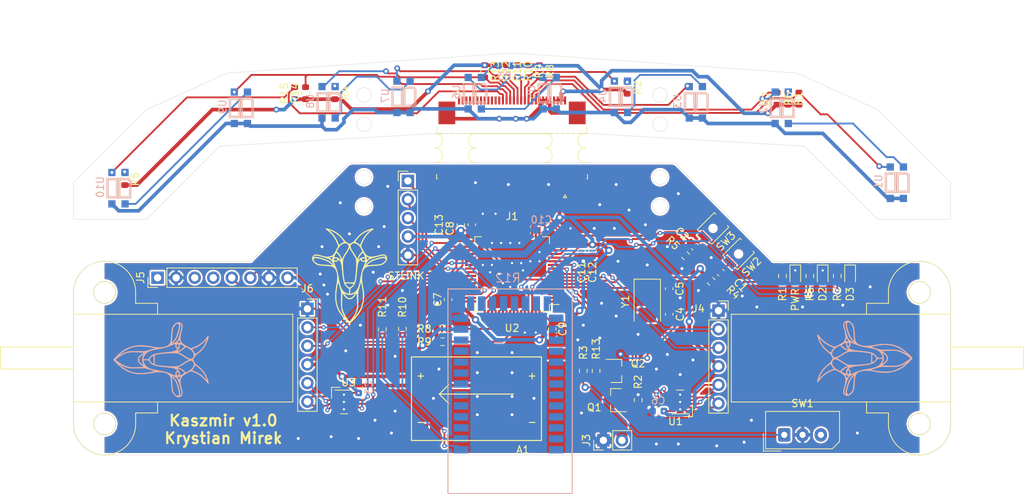
<source format=kicad_pcb>
(kicad_pcb (version 20171130) (host pcbnew "(5.1.7)-1")
  (layers (0 F.Cu signal) (31 B.Cu signal) (34 B.Paste user) (35 F.Paste user) (36 B.SilkS user) (37 F.SilkS user) (38 B.Mask user) (39 F.Mask user) (44 Edge.Cuts user))
  (net 0 "")
  (net 1 GND)
  (net 2 VCC)
  (net 3 +3V3)
  (net 4 RST)
  (net 5 "Net-(C2-Pad2)")
  (net 6 "Net-(C2-Pad1)")
  (net 7 "Net-(C4-Pad1)")
  (net 8 "Net-(C5-Pad1)")
  (net 9 "Net-(D1-Pad2)")
  (net 10 "Net-(D2-Pad2)")
  (net 11 "Net-(D3-Pad2)")
  (net 12 KTIR10)
  (net 13 KTIR9)
  (net 14 KTIR8)
  (net 15 KTIR7)
  (net 16 KTIR6)
  (net 17 KTIR5)
  (net 18 KTIR4)
  (net 19 KTIR3)
  (net 20 KTIR2)
  (net 21 KTIR1)
  (net 22 "Net-(J3-Pad2)")
  (net 23 "Net-(J4-Pad6)")
  (net 24 "Net-(J4-Pad5)")
  (net 25 M1_A)
  (net 26 M1_B)
  (net 27 SCL)
  (net 28 SDA)
  (net 29 "Net-(J6-Pad6)")
  (net 30 "Net-(J6-Pad5)")
  (net 31 M2_A)
  (net 32 M2_B)
  (net 33 "Net-(Q1-Pad2)")
  (net 34 "Net-(Q1-Pad1)")
  (net 35 "Net-(Q2-Pad1)")
  (net 36 "Net-(R3-Pad2)")
  (net 37 "Net-(R10-Pad2)")
  (net 38 RX)
  (net 39 "Net-(R11-Pad2)")
  (net 40 TX)
  (net 41 M1_L)
  (net 42 M1_R)
  (net 43 SWCLK)
  (net 44 SWDIO)
  (net 45 M2_L)
  (net 46 M2_R)
  (net 47 "Net-(R6-Pad1)")
  (net 48 "Net-(R7-Pad1)")
  (module Panelization:mouse-bite-3mm-slot (layer F.Cu) (at 103.266 121.25)
    (fp_text reference mouse-bite-3mm-slot hide)
    (fp_text value VAL** hide)
    (pad "" np_thru_hole circle (at -0.762 -0.75) (size 0.5 0.5) (drill 0.5) (layers *.Cu *.Mask))
    (pad "" np_thru_hole circle (at -0.762 0.75) (size 0.5 0.5) (drill 0.5) (layers *.Cu *.Mask))
    (pad "" np_thru_hole circle (at -0.012 -0.75) (size 0.5 0.5) (drill 0.5) (layers *.Cu *.Mask))
    (pad "" np_thru_hole circle (at -1.512 -0.75) (size 0.5 0.5) (drill 0.5) (layers *.Cu *.Mask))
    (pad "" np_thru_hole circle (at -1.512 0.75) (size 0.5 0.5) (drill 0.5) (layers *.Cu *.Mask))
    (pad "" np_thru_hole circle (at -0.012 0.75) (size 0.5 0.5) (drill 0.5) (layers *.Cu *.Mask))
    (pad "" np_thru_hole circle (at 0.762 0.75) (size 0.5 0.5) (drill 0.5) (layers *.Cu *.Mask))
    (pad "" np_thru_hole circle (at 0.762 -0.75) (size 0.5 0.5) (drill 0.5) (layers *.Cu *.Mask))
    (pad "" np_thru_hole circle (at 1.524 -0.75) (size 0.5 0.5) (drill 0.5) (layers *.Cu *.Mask))
    (pad "" np_thru_hole circle (at 1.524 0.75) (size 0.5 0.5) (drill 0.5) (layers *.Cu *.Mask))
  )
  (module Panelization:mouse-bite-3mm-slot (layer F.Cu) (at 103.266 123.25)
    (fp_text reference mouse-bite-3mm-slot hide)
    (fp_text value VAL** hide)
    (pad "" np_thru_hole circle (at -0.762 -0.75) (size 0.5 0.5) (drill 0.5) (layers *.Cu *.Mask))
    (pad "" np_thru_hole circle (at -0.762 0.75) (size 0.5 0.5) (drill 0.5) (layers *.Cu *.Mask))
    (pad "" np_thru_hole circle (at -0.012 -0.75) (size 0.5 0.5) (drill 0.5) (layers *.Cu *.Mask))
    (pad "" np_thru_hole circle (at -1.512 -0.75) (size 0.5 0.5) (drill 0.5) (layers *.Cu *.Mask))
    (pad "" np_thru_hole circle (at -1.512 0.75) (size 0.5 0.5) (drill 0.5) (layers *.Cu *.Mask))
    (pad "" np_thru_hole circle (at -0.012 0.75) (size 0.5 0.5) (drill 0.5) (layers *.Cu *.Mask))
    (pad "" np_thru_hole circle (at 0.762 0.75) (size 0.5 0.5) (drill 0.5) (layers *.Cu *.Mask))
    (pad "" np_thru_hole circle (at 0.762 -0.75) (size 0.5 0.5) (drill 0.5) (layers *.Cu *.Mask))
    (pad "" np_thru_hole circle (at 1.524 -0.75) (size 0.5 0.5) (drill 0.5) (layers *.Cu *.Mask))
    (pad "" np_thru_hole circle (at 1.524 0.75) (size 0.5 0.5) (drill 0.5) (layers *.Cu *.Mask))
  )
  (module Resistor_SMD:R_0603_1608Metric (layer F.Cu) (at 111.75 114 270)
    (fp_text reference R2 (at 0 -1.43 90) (layer F.SilkS))
    (fp_text value R)
    (pad 1 smd roundrect (at -0.825 0 270) (size 0.8 0.95) (layers F.Cu F.Paste F.Mask))
    (pad 2 smd roundrect (at 0.825 0 270) (size 0.8 0.95) (layers F.Cu F.Paste F.Mask))
  )
  (module 3-1734592-0:TE_3-1734592-0 (layer F.Cu) (at 96 115.75)
    (fp_text reference J1 (at -8.168 -1.8064) (layer F.SilkS) (effects (font (size 0.64 0.64) (thickness 0.015))))
    (fp_text value 3-1734592-0)
    (pad 1 smd rect (at -7.25 0) (size 0.3 1.1) (layers F.Cu F.Paste F.Mask))
    (pad 2 smd rect (at -6.75 0) (size 0.3 1.1) (layers F.Cu F.Paste F.Mask))
    (pad 3 smd rect (at -6.25 0) (size 0.3 1.1) (layers F.Cu F.Paste F.Mask))
    (pad 4 smd rect (at -5.75 0) (size 0.3 1.1) (layers F.Cu F.Paste F.Mask))
    (pad 5 smd rect (at -5.25 0) (size 0.3 1.1) (layers F.Cu F.Paste F.Mask))
    (pad 6 smd rect (at -4.75 0) (size 0.3 1.1) (layers F.Cu F.Paste F.Mask))
    (pad MP smd rect (at 8.92 1.7) (size 2.3 3.1) (layers F.Cu F.Paste F.Mask))
    (pad MP smd rect (at -8.92 1.7) (size 2.3 3.1) (layers F.Cu F.Paste F.Mask))
    (pad 7 smd rect (at -4.25 0) (size 0.3 1.1) (layers F.Cu F.Paste F.Mask))
    (pad 8 smd rect (at -3.75 0) (size 0.3 1.1) (layers F.Cu F.Paste F.Mask))
    (pad 9 smd rect (at -3.25 0) (size 0.3 1.1) (layers F.Cu F.Paste F.Mask))
    (pad 10 smd rect (at -2.75 0) (size 0.3 1.1) (layers F.Cu F.Paste F.Mask))
    (pad 11 smd rect (at -2.25 0) (size 0.3 1.1) (layers F.Cu F.Paste F.Mask))
    (pad 12 smd rect (at -1.75 0) (size 0.3 1.1) (layers F.Cu F.Paste F.Mask))
    (pad 13 smd rect (at -1.25 0) (size 0.3 1.1) (layers F.Cu F.Paste F.Mask))
    (pad 14 smd rect (at -0.75 0) (size 0.3 1.1) (layers F.Cu F.Paste F.Mask))
    (pad 15 smd rect (at -0.25 0) (size 0.3 1.1) (layers F.Cu F.Paste F.Mask))
    (pad 16 smd rect (at 0.25 0) (size 0.3 1.1) (layers F.Cu F.Paste F.Mask))
    (pad 17 smd rect (at 0.75 0) (size 0.3 1.1) (layers F.Cu F.Paste F.Mask))
    (pad 18 smd rect (at 1.25 0) (size 0.3 1.1) (layers F.Cu F.Paste F.Mask))
    (pad 19 smd rect (at 1.75 0) (size 0.3 1.1) (layers F.Cu F.Paste F.Mask))
    (pad 20 smd rect (at 2.25 0) (size 0.3 1.1) (layers F.Cu F.Paste F.Mask))
    (pad 21 smd rect (at 2.75 0) (size 0.3 1.1) (layers F.Cu F.Paste F.Mask))
    (pad 22 smd rect (at 3.25 0) (size 0.3 1.1) (layers F.Cu F.Paste F.Mask))
    (pad 23 smd rect (at 3.75 0) (size 0.3 1.1) (layers F.Cu F.Paste F.Mask))
    (pad 24 smd rect (at 4.25 0) (size 0.3 1.1) (layers F.Cu F.Paste F.Mask))
    (pad 25 smd rect (at 4.75 0) (size 0.3 1.1) (layers F.Cu F.Paste F.Mask))
    (pad 26 smd rect (at 5.25 0) (size 0.3 1.1) (layers F.Cu F.Paste F.Mask))
    (pad 27 smd rect (at 5.75 0) (size 0.3 1.1) (layers F.Cu F.Paste F.Mask))
    (pad 28 smd rect (at 6.25 0) (size 0.3 1.1) (layers F.Cu F.Paste F.Mask))
    (pad 29 smd rect (at 6.75 0) (size 0.3 1.1) (layers F.Cu F.Paste F.Mask))
    (pad 30 smd rect (at 7.25 0) (size 0.3 1.1) (layers F.Cu F.Paste F.Mask))
  )
  (module Resistor_SMD:R_0603_1608Metric (layer F.Cu) (at 71.75 114.75 270)
    (fp_text reference R4 (at 0 -1.43 90) (layer F.SilkS))
    (fp_text value R)
    (pad 1 smd roundrect (at -0.825 0 270) (size 0.8 0.95) (layers F.Cu F.Paste F.Mask))
    (pad 2 smd roundrect (at 0.825 0 270) (size 0.8 0.95) (layers F.Cu F.Paste F.Mask))
  )
  (module Resistor_SMD:R_0603_1608Metric (layer F.Cu) (at 43 126.5 270)
    (fp_text reference R5 (at 0 -1.43 90) (layer F.SilkS))
    (fp_text value R)
    (pad 1 smd roundrect (at -0.825 0 270) (size 0.8 0.95) (layers F.Cu F.Paste F.Mask))
    (pad 2 smd roundrect (at 0.825 0 270) (size 0.8 0.95) (layers F.Cu F.Paste F.Mask))
  )
  (module Resistor_SMD:R_0603_1608Metric (layer F.Cu) (at 135.25 115.5 90)
    (fp_text reference R6 (at 0 -1.43 90) (layer F.SilkS))
    (fp_text value 10k)
    (pad 1 smd roundrect (at -0.825 0 90) (size 0.8 0.95) (layers F.Cu F.Paste F.Mask))
    (pad 2 smd roundrect (at 0.825 0 90) (size 0.8 0.95) (layers F.Cu F.Paste F.Mask))
  )
  (module Resistor_SMD:R_0603_1608Metric (layer F.Cu) (at 99.75 111.75 270)
    (fp_text reference R8 (at 0 -1.43 90) (layer F.SilkS))
    (fp_text value 10k)
    (pad 1 smd roundrect (at -0.825 0 270) (size 0.8 0.95) (layers F.Cu F.Paste F.Mask))
    (pad 2 smd roundrect (at 0.825 0 270) (size 0.8 0.95) (layers F.Cu F.Paste F.Mask))
  )
  (module Resistor_SMD:R_0603_1608Metric (layer F.Cu) (at 132.25 115.5 90)
    (fp_text reference R7 (at 0 -1.43 90) (layer F.SilkS))
    (fp_text value 10k)
    (pad 1 smd roundrect (at -0.825 0 90) (size 0.8 0.95) (layers F.Cu F.Paste F.Mask))
    (pad 2 smd roundrect (at 0.825 0 90) (size 0.8 0.95) (layers F.Cu F.Paste F.Mask))
  )
  (module Resistor_SMD:R_0603_1608Metric (layer F.Cu) (at 96.75 111.75 270)
    (fp_text reference R10 (at 0 -1.43 90) (layer F.SilkS))
    (fp_text value 10k)
    (pad 1 smd roundrect (at -0.825 0 270) (size 0.8 0.95) (layers F.Cu F.Paste F.Mask))
    (pad 2 smd roundrect (at 0.825 0 270) (size 0.8 0.95) (layers F.Cu F.Paste F.Mask))
  )
  (module Resistor_SMD:R_0603_1608Metric (layer B.Cu) (at 95 111)
    (fp_text reference R3 (at 0 1.43) (layer B.SilkS) (effects (justify mirror)))
    (fp_text value R)
    (pad 1 smd roundrect (at -0.825 0) (size 0.8 0.95) (layers B.Cu B.Paste B.Mask))
    (pad 2 smd roundrect (at 0.825 0) (size 0.8 0.95) (layers B.Cu B.Paste B.Mask))
  )
  (module Resistor_SMD:R_0603_1608Metric (layer F.Cu) (at 93.75 111.75 270)
    (fp_text reference R12 (at 0 -1.43 90) (layer F.SilkS))
    (fp_text value 10k)
    (pad 1 smd roundrect (at -0.825 0 270) (size 0.8 0.95) (layers F.Cu F.Paste F.Mask))
    (pad 2 smd roundrect (at 0.825 0 270) (size 0.8 0.95) (layers F.Cu F.Paste F.Mask))
  )
  (module Resistor_SMD:R_0603_1608Metric (layer F.Cu) (at 92.25 111.75 270)
    (fp_text reference R13 (at 0 -1.43 90) (layer F.SilkS))
    (fp_text value 10k)
    (pad 1 smd roundrect (at -0.825 0 270) (size 0.8 0.95) (layers F.Cu F.Paste F.Mask))
    (pad 2 smd roundrect (at 0.825 0 270) (size 0.8 0.95) (layers F.Cu F.Paste F.Mask))
  )
  (module Resistor_SMD:R_0603_1608Metric (layer F.Cu) (at 133.75 115.5 270)
    (fp_text reference R1 (at 0 -1.43 90) (layer F.SilkS))
    (fp_text value R)
    (pad 1 smd roundrect (at -0.825 0 270) (size 0.8 0.95) (layers F.Cu F.Paste F.Mask))
    (pad 2 smd roundrect (at 0.825 0 270) (size 0.8 0.95) (layers F.Cu F.Paste F.Mask))
  )
  (module Resistor_SMD:R_0603_1608Metric (layer F.Cu) (at 98.25 111.75 270)
    (fp_text reference R9 (at 0 -1.43 90) (layer F.SilkS))
    (fp_text value 10k)
    (pad 1 smd roundrect (at -0.825 0 270) (size 0.8 0.95) (layers F.Cu F.Paste F.Mask))
    (pad 2 smd roundrect (at 0.825 0 270) (size 0.8 0.95) (layers F.Cu F.Paste F.Mask))
  )
  (module Resistor_SMD:R_0603_1608Metric (layer F.Cu) (at 95.25 111.75 270)
    (fp_text reference R11 (at 0 -1.43 90) (layer F.SilkS))
    (fp_text value 10k)
    (pad 1 smd roundrect (at -0.825 0 270) (size 0.8 0.95) (layers F.Cu F.Paste F.Mask))
    (pad 2 smd roundrect (at 0.825 0 270) (size 0.8 0.95) (layers F.Cu F.Paste F.Mask))
  )
  (module KTIR0711s:KTIR0711s (layer B.Cu) (at 149.25 127.25 270)
    (fp_text reference U1 (at -0.4 3.1 270) (layer B.SilkS) (effects (justify mirror)))
    (fp_text value KTIR0711snew)
    (pad 1 smd rect (at -2.4 -0.3 270) (size 1 1) (layers B.Cu B.Paste B.Mask))
    (pad 2 smd rect (at -2.4 1.5 270) (size 1 1) (layers B.Cu B.Paste B.Mask))
    (pad 3 smd rect (at 1.9 1.5 270) (size 1 1) (layers B.Cu B.Paste B.Mask))
    (pad 4 smd rect (at 1.9 -0.3 270) (size 1 1) (layers B.Cu B.Paste B.Mask))
  )
  (module KTIR0711s:KTIR0711s (layer B.Cu) (at 133.5 117 270)
    (fp_text reference U2 (at -0.4 3.1 270) (layer B.SilkS) (effects (justify mirror)))
    (fp_text value KTIR0711snew)
    (pad 1 smd rect (at -2.4 -0.3 270) (size 1 1) (layers B.Cu B.Paste B.Mask))
    (pad 2 smd rect (at -2.4 1.5 270) (size 1 1) (layers B.Cu B.Paste B.Mask))
    (pad 3 smd rect (at 1.9 1.5 270) (size 1 1) (layers B.Cu B.Paste B.Mask))
    (pad 4 smd rect (at 1.9 -0.3 270) (size 1 1) (layers B.Cu B.Paste B.Mask))
  )
  (module KTIR0711s:KTIR0711s (layer B.Cu) (at 59.5 117 270)
    (fp_text reference U9 (at -0.4 3.1 270) (layer B.SilkS) (effects (justify mirror)))
    (fp_text value KTIR0711snew)
    (pad 1 smd rect (at -2.4 -0.3 270) (size 1 1) (layers B.Cu B.Paste B.Mask))
    (pad 2 smd rect (at -2.4 1.5 270) (size 1 1) (layers B.Cu B.Paste B.Mask))
    (pad 3 smd rect (at 1.9 1.5 270) (size 1 1) (layers B.Cu B.Paste B.Mask))
    (pad 4 smd rect (at 1.9 -0.3 270) (size 1 1) (layers B.Cu B.Paste B.Mask))
  )
  (module KTIR0711s:KTIR0711s (layer B.Cu) (at 121.75 116.25 270)
    (fp_text reference U3 (at -0.4 3.1 270) (layer B.SilkS) (effects (justify mirror)))
    (fp_text value KTIR0711snew)
    (pad 1 smd rect (at -2.4 -0.3 270) (size 1 1) (layers B.Cu B.Paste B.Mask))
    (pad 2 smd rect (at -2.4 1.5 270) (size 1 1) (layers B.Cu B.Paste B.Mask))
    (pad 3 smd rect (at 1.9 1.5 270) (size 1 1) (layers B.Cu B.Paste B.Mask))
    (pad 4 smd rect (at 1.9 -0.3 270) (size 1 1) (layers B.Cu B.Paste B.Mask))
  )
  (module KTIR0711s:KTIR0711s (layer B.Cu) (at 71.5 116.25 270)
    (fp_text reference U8 (at -0.4 3.1 270) (layer B.SilkS) (effects (justify mirror)))
    (fp_text value KTIR0711snew)
    (pad 1 smd rect (at -2.4 -0.3 270) (size 1 1) (layers B.Cu B.Paste B.Mask))
    (pad 2 smd rect (at -2.4 1.5 270) (size 1 1) (layers B.Cu B.Paste B.Mask))
    (pad 3 smd rect (at 1.9 1.5 270) (size 1 1) (layers B.Cu B.Paste B.Mask))
    (pad 4 smd rect (at 1.9 -0.3 270) (size 1 1) (layers B.Cu B.Paste B.Mask))
  )
  (module KTIR0711s:KTIR0711s (layer B.Cu) (at 111.5 115.5 270)
    (fp_text reference U4 (at -0.4 3.1 270) (layer B.SilkS) (effects (justify mirror)))
    (fp_text value KTIR0711snew)
    (pad 1 smd rect (at -2.4 -0.3 270) (size 1 1) (layers B.Cu B.Paste B.Mask))
    (pad 2 smd rect (at -2.4 1.5 270) (size 1 1) (layers B.Cu B.Paste B.Mask))
    (pad 3 smd rect (at 1.9 1.5 270) (size 1 1) (layers B.Cu B.Paste B.Mask))
    (pad 4 smd rect (at 1.9 -0.3 270) (size 1 1) (layers B.Cu B.Paste B.Mask))
  )
  (module KTIR0711s:KTIR0711s (layer B.Cu) (at 42.75 128 270)
    (fp_text reference U10 (at -0.4 3.1 270) (layer B.SilkS) (effects (justify mirror)))
    (fp_text value KTIR0711snew)
    (pad 1 smd rect (at -2.4 -0.3 270) (size 1 1) (layers B.Cu B.Paste B.Mask))
    (pad 2 smd rect (at -2.4 1.5 270) (size 1 1) (layers B.Cu B.Paste B.Mask))
    (pad 3 smd rect (at 1.9 1.5 270) (size 1 1) (layers B.Cu B.Paste B.Mask))
    (pad 4 smd rect (at 1.9 -0.3 270) (size 1 1) (layers B.Cu B.Paste B.Mask))
  )
  (module KTIR0711s:KTIR0711s (layer B.Cu) (at 91.5 115 270)
    (fp_text reference U6 (at -0.4 3.1 270) (layer B.SilkS) (effects (justify mirror)))
    (fp_text value KTIR0711snew)
    (pad 1 smd rect (at -2.4 -0.3 270) (size 1 1) (layers B.Cu B.Paste B.Mask))
    (pad 2 smd rect (at -2.4 1.5 270) (size 1 1) (layers B.Cu B.Paste B.Mask))
    (pad 3 smd rect (at 1.9 1.5 270) (size 1 1) (layers B.Cu B.Paste B.Mask))
    (pad 4 smd rect (at 1.9 -0.3 270) (size 1 1) (layers B.Cu B.Paste B.Mask))
  )
  (module KTIR0711s:KTIR0711s (layer B.Cu) (at 81.75 115.5 270)
    (fp_text reference U7 (at -0.4 3.1 270) (layer B.SilkS) (effects (justify mirror)))
    (fp_text value KTIR0711snew)
    (pad 1 smd rect (at -2.4 -0.3 270) (size 1 1) (layers B.Cu B.Paste B.Mask))
    (pad 2 smd rect (at -2.4 1.5 270) (size 1 1) (layers B.Cu B.Paste B.Mask))
    (pad 3 smd rect (at 1.9 1.5 270) (size 1 1) (layers B.Cu B.Paste B.Mask))
    (pad 4 smd rect (at 1.9 -0.3 270) (size 1 1) (layers B.Cu B.Paste B.Mask))
  )
  (module Resistor_SMD:R_0603_1608Metric (layer F.Cu) (at 66.25 114.75 90)
    (fp_text reference R15 (at 0 -1.43 90) (layer F.SilkS))
    (fp_text value 10k)
    (pad 1 smd roundrect (at -0.825 0 90) (size 0.8 0.95) (layers F.Cu F.Paste F.Mask))
    (pad 2 smd roundrect (at 0.825 0 90) (size 0.8 0.95) (layers F.Cu F.Paste F.Mask))
  )
  (module KTIR0711s:KTIR0711s (layer B.Cu) (at 101.75 115 270)
    (fp_text reference U5 (at -0.4 3.1 270) (layer B.SilkS) (effects (justify mirror)))
    (fp_text value KTIR0711snew)
    (pad 1 smd rect (at -2.4 -0.3 270) (size 1 1) (layers B.Cu B.Paste B.Mask))
    (pad 2 smd rect (at -2.4 1.5 270) (size 1 1) (layers B.Cu B.Paste B.Mask))
    (pad 3 smd rect (at 1.9 1.5 270) (size 1 1) (layers B.Cu B.Paste B.Mask))
    (pad 4 smd rect (at 1.9 -0.3 270) (size 1 1) (layers B.Cu B.Paste B.Mask))
  )
  (module Resistor_SMD:R_0603_1608Metric (layer F.Cu) (at 67.75 114.75 90)
    (fp_text reference R14 (at 0 -1.43 90) (layer F.SilkS))
    (fp_text value 10k)
    (pad 1 smd roundrect (at -0.825 0 90) (size 0.8 0.95) (layers F.Cu F.Paste F.Mask))
    (pad 2 smd roundrect (at 0.825 0 90) (size 0.8 0.95) (layers F.Cu F.Paste F.Mask))
  )
  (module Panelization:mouse-bite-3mm-slot (layer F.Cu) (at 88.25 121.25)
    (fp_text reference mouse-bite-3mm-slot hide)
    (fp_text value VAL** hide)
    (pad "" np_thru_hole circle (at 1.524 0.75) (size 0.5 0.5) (drill 0.5) (layers *.Cu *.Mask))
    (pad "" np_thru_hole circle (at 1.524 -0.75) (size 0.5 0.5) (drill 0.5) (layers *.Cu *.Mask))
    (pad "" np_thru_hole circle (at 0.762 -0.75) (size 0.5 0.5) (drill 0.5) (layers *.Cu *.Mask))
    (pad "" np_thru_hole circle (at 0.762 0.75) (size 0.5 0.5) (drill 0.5) (layers *.Cu *.Mask))
    (pad "" np_thru_hole circle (at -0.012 0.75) (size 0.5 0.5) (drill 0.5) (layers *.Cu *.Mask))
    (pad "" np_thru_hole circle (at -1.512 0.75) (size 0.5 0.5) (drill 0.5) (layers *.Cu *.Mask))
    (pad "" np_thru_hole circle (at -1.512 -0.75) (size 0.5 0.5) (drill 0.5) (layers *.Cu *.Mask))
    (pad "" np_thru_hole circle (at -0.012 -0.75) (size 0.5 0.5) (drill 0.5) (layers *.Cu *.Mask))
    (pad "" np_thru_hole circle (at -0.762 0.75) (size 0.5 0.5) (drill 0.5) (layers *.Cu *.Mask))
    (pad "" np_thru_hole circle (at -0.762 -0.75) (size 0.5 0.5) (drill 0.5) (layers *.Cu *.Mask))
  )
  (module Panelization:mouse-bite-3mm-slot (layer F.Cu) (at 88.25 123.25)
    (fp_text reference mouse-bite-3mm-slot hide)
    (fp_text value VAL** hide)
    (pad "" np_thru_hole circle (at 1.524 0.75) (size 0.5 0.5) (drill 0.5) (layers *.Cu *.Mask))
    (pad "" np_thru_hole circle (at 1.524 -0.75) (size 0.5 0.5) (drill 0.5) (layers *.Cu *.Mask))
    (pad "" np_thru_hole circle (at 0.762 -0.75) (size 0.5 0.5) (drill 0.5) (layers *.Cu *.Mask))
    (pad "" np_thru_hole circle (at 0.762 0.75) (size 0.5 0.5) (drill 0.5) (layers *.Cu *.Mask))
    (pad "" np_thru_hole circle (at -0.012 0.75) (size 0.5 0.5) (drill 0.5) (layers *.Cu *.Mask))
    (pad "" np_thru_hole circle (at -1.512 0.75) (size 0.5 0.5) (drill 0.5) (layers *.Cu *.Mask))
    (pad "" np_thru_hole circle (at -1.512 -0.75) (size 0.5 0.5) (drill 0.5) (layers *.Cu *.Mask))
    (pad "" np_thru_hole circle (at -0.012 -0.75) (size 0.5 0.5) (drill 0.5) (layers *.Cu *.Mask))
    (pad "" np_thru_hole circle (at -0.762 0.75) (size 0.5 0.5) (drill 0.5) (layers *.Cu *.Mask))
    (pad "" np_thru_hole circle (at -0.762 -0.75) (size 0.5 0.5) (drill 0.5) (layers *.Cu *.Mask))
  )
  (module obrazek:obrazek (layer F.Cu) (at 73.75 139.75)
    (fp_text reference G*** hide)
    (fp_text value LOGO hide)
  )
  (module obrazek:obrazek (layer B.Cu) (at 144.25 151 270)
    (fp_text reference G*** hide)
    (fp_text value LOGO hide)
  )
  (module obrazek:obrazek (layer B.Cu) (at 48 151.25 90)
    (fp_text reference G*** hide)
    (fp_text value LOGO hide)
  )
  (module Connector_Molex:Molex_SPOX_5267-03A_1x03_P2.50mm_Vertical (layer F.Cu) (at 133.25 161.5)
    (fp_text reference SW1 (at 2.5 -4.3) (layer F.SilkS))
    (fp_text value SW_Push_SPDT)
    (pad 3 thru_hole oval (at 5 0) (size 1.7 1.85) (drill 0.85) (layers *.Cu *.Mask))
    (pad 2 thru_hole oval (at 2.5 0) (size 1.7 1.85) (drill 0.85) (layers *.Cu *.Mask) (net 1 GND))
    (pad 1 thru_hole roundrect (at 0 0) (size 1.7 1.85) (drill 0.85) (layers *.Cu *.Mask) (roundrect_rratio 0.1470588235294118) (net 36 "Net-(R3-Pad2)"))
  )
  (module Capacitor_SMD:C_0603_1608Metric (layer F.Cu) (at 107 136.25 270)
    (fp_text reference C12 (at 3 0 90) (layer F.SilkS))
    (fp_text value 1u)
    (pad 2 smd roundrect (at 0.775 0 270) (size 0.9 0.95) (layers F.Cu F.Paste F.Mask) (net 1 GND))
    (pad 1 smd roundrect (at -0.775 0 270) (size 0.9 0.95) (layers F.Cu F.Paste F.Mask) (net 3 +3V3))
  )
  (module Capacitor_SMD:C_0603_1608Metric (layer F.Cu) (at 105.5 136.25 270)
    (fp_text reference C11 (at 3 0 90) (layer F.SilkS))
    (fp_text value 10n)
    (pad 2 smd roundrect (at 0.775 0 270) (size 0.9 0.95) (layers F.Cu F.Paste F.Mask) (net 1 GND))
    (pad 1 smd roundrect (at -0.775 0 270) (size 0.9 0.95) (layers F.Cu F.Paste F.Mask) (net 3 +3V3))
  )
  (module Capacitor_SMD:C_0603_1608Metric (layer B.Cu) (at 100 133.5 180)
    (fp_text reference C10 (at 0 1.43) (layer B.SilkS) (effects (justify mirror)))
    (fp_text value 100n)
    (pad 2 smd roundrect (at 0.775 0 180) (size 0.9 0.95) (layers B.Cu B.Paste B.Mask) (net 1 GND))
    (pad 1 smd roundrect (at -0.775 0 180) (size 0.9 0.95) (layers B.Cu B.Paste B.Mask) (net 3 +3V3))
  )
  (module Capacitor_SMD:C_0603_1608Metric (layer F.Cu) (at 101.5 147 270)
    (fp_text reference C9 (at 0 -1.43 90) (layer F.SilkS))
    (fp_text value 100n)
    (pad 2 smd roundrect (at 0.775 0 270) (size 0.9 0.95) (layers F.Cu F.Paste F.Mask) (net 1 GND))
    (pad 1 smd roundrect (at -0.775 0 270) (size 0.9 0.95) (layers F.Cu F.Paste F.Mask) (net 3 +3V3))
  )
  (module Capacitor_SMD:C_0603_1608Metric (layer F.Cu) (at 90.5 132.75 90)
    (fp_text reference C8 (at -0.5 -3 90) (layer F.SilkS))
    (fp_text value 100n)
    (pad 2 smd roundrect (at 0.775 0 90) (size 0.9 0.95) (layers F.Cu F.Paste F.Mask) (net 1 GND))
    (pad 1 smd roundrect (at -0.775 0 90) (size 0.9 0.95) (layers F.Cu F.Paste F.Mask) (net 3 +3V3))
  )
  (module Capacitor_SMD:C_0603_1608Metric (layer F.Cu) (at 87.25 143 90)
    (fp_text reference C7 (at 0 -1.43 90) (layer F.SilkS))
    (fp_text value 100n)
    (pad 2 smd roundrect (at 0.775 0 90) (size 0.9 0.95) (layers F.Cu F.Paste F.Mask) (net 1 GND))
    (pad 1 smd roundrect (at -0.775 0 90) (size 0.9 0.95) (layers F.Cu F.Paste F.Mask) (net 3 +3V3))
  )
  (module Capacitor_SMD:C_0603_1608Metric (layer F.Cu) (at 89 132.75 90)
    (fp_text reference C13 (at 0 -3 90) (layer F.SilkS))
    (fp_text value 4.7u)
    (pad 2 smd roundrect (at 0.775 0 90) (size 0.9 0.95) (layers F.Cu F.Paste F.Mask) (net 1 GND))
    (pad 1 smd roundrect (at -0.775 0 90) (size 0.9 0.95) (layers F.Cu F.Paste F.Mask) (net 3 +3V3))
  )
  (module Package_SON:WSON-12-1EP_3x2mm_P0.5mm_EP1x2.65_ThermalVias (layer F.Cu) (at 119 157 180)
    (fp_text reference U1 (at 0.635 -2.667) (layer F.SilkS))
    (fp_text value DRV8835)
    (pad 13 smd rect (at 0 0 180) (size 1 2.65) (layers F.Cu F.Mask) (net 1 GND))
    (pad 13 smd rect (at 0 0 180) (size 1 2.65) (layers B.Cu) (net 1 GND))
    (pad 13 thru_hole circle (at 0 1 180) (size 0.6 0.6) (drill 0.3) (layers *.Cu) (net 1 GND))
    (pad 13 thru_hole circle (at 0 -1 270) (size 0.6 0.6) (drill 0.3) (layers *.Cu) (net 1 GND))
    (pad 13 thru_hole circle (at 0 0 180) (size 0.6 0.6) (drill 0.3) (layers *.Cu) (net 1 GND))
    (pad 12 smd rect (at 0.95 -1.25 180) (size 0.5 0.25) (layers F.Cu F.Paste F.Mask) (net 3 +3V3))
    (pad 11 smd rect (at 0.95 -0.75 180) (size 0.5 0.25) (layers F.Cu F.Paste F.Mask))
    (pad 10 smd rect (at 0.95 -0.25 180) (size 0.5 0.25) (layers F.Cu F.Paste F.Mask) (net 41 M1_L))
    (pad 9 smd rect (at 0.95 0.25 180) (size 0.5 0.25) (layers F.Cu F.Paste F.Mask) (net 42 M1_R))
    (pad 8 smd rect (at 0.95 0.75 180) (size 0.5 0.25) (layers F.Cu F.Paste F.Mask) (net 41 M1_L))
    (pad 7 smd rect (at 0.95 1.25 180) (size 0.5 0.25) (layers F.Cu F.Paste F.Mask) (net 42 M1_R))
    (pad 6 smd rect (at -0.95 1.25 180) (size 0.5 0.25) (layers F.Cu F.Paste F.Mask) (net 1 GND))
    (pad 5 smd rect (at -0.95 0.75 180) (size 0.5 0.25) (layers F.Cu F.Paste F.Mask) (net 24 "Net-(J4-Pad5)"))
    (pad 4 smd rect (at -0.95 0.25 180) (size 0.5 0.25) (layers F.Cu F.Paste F.Mask) (net 23 "Net-(J4-Pad6)"))
    (pad 3 smd rect (at -0.95 -0.25 180) (size 0.5 0.25) (layers F.Cu F.Paste F.Mask) (net 24 "Net-(J4-Pad5)"))
    (pad 2 smd rect (at -0.95 -0.75 180) (size 0.5 0.25) (layers F.Cu F.Paste F.Mask) (net 23 "Net-(J4-Pad6)"))
    (pad 1 smd rect (at -0.95 -1.25 180) (size 0.5 0.25) (layers F.Cu F.Paste F.Mask) (net 2 VCC))
  )
  (module Package_SON:WSON-12-1EP_3x2mm_P0.5mm_EP1x2.65_ThermalVias (layer F.Cu) (at 73 157)
    (fp_text reference U3 (at 0.635 -2.667) (layer F.SilkS))
    (fp_text value DRV8835)
    (pad 13 smd rect (at 0 0) (size 1 2.65) (layers F.Cu F.Mask) (net 1 GND))
    (pad 13 smd rect (at 0 0) (size 1 2.65) (layers B.Cu) (net 1 GND))
    (pad 13 thru_hole circle (at 0 1) (size 0.6 0.6) (drill 0.3) (layers *.Cu) (net 1 GND))
    (pad 13 thru_hole circle (at 0 -1 90) (size 0.6 0.6) (drill 0.3) (layers *.Cu) (net 1 GND))
    (pad 13 thru_hole circle (at 0 0) (size 0.6 0.6) (drill 0.3) (layers *.Cu) (net 1 GND))
    (pad 12 smd rect (at 0.95 -1.25) (size 0.5 0.25) (layers F.Cu F.Paste F.Mask) (net 3 +3V3))
    (pad 11 smd rect (at 0.95 -0.75) (size 0.5 0.25) (layers F.Cu F.Paste F.Mask))
    (pad 10 smd rect (at 0.95 -0.25) (size 0.5 0.25) (layers F.Cu F.Paste F.Mask) (net 45 M2_L))
    (pad 9 smd rect (at 0.95 0.25) (size 0.5 0.25) (layers F.Cu F.Paste F.Mask) (net 46 M2_R))
    (pad 8 smd rect (at 0.95 0.75) (size 0.5 0.25) (layers F.Cu F.Paste F.Mask) (net 45 M2_L))
    (pad 7 smd rect (at 0.95 1.25) (size 0.5 0.25) (layers F.Cu F.Paste F.Mask) (net 46 M2_R))
    (pad 6 smd rect (at -0.95 1.25) (size 0.5 0.25) (layers F.Cu F.Paste F.Mask) (net 1 GND))
    (pad 5 smd rect (at -0.95 0.75) (size 0.5 0.25) (layers F.Cu F.Paste F.Mask) (net 30 "Net-(J6-Pad5)"))
    (pad 4 smd rect (at -0.95 0.25) (size 0.5 0.25) (layers F.Cu F.Paste F.Mask) (net 29 "Net-(J6-Pad6)"))
    (pad 3 smd rect (at -0.95 -0.25) (size 0.5 0.25) (layers F.Cu F.Paste F.Mask) (net 30 "Net-(J6-Pad5)"))
    (pad 2 smd rect (at -0.95 -0.75) (size 0.5 0.25) (layers F.Cu F.Paste F.Mask) (net 29 "Net-(J6-Pad6)"))
    (pad 1 smd rect (at -0.95 -1.25) (size 0.5 0.25) (layers F.Cu F.Paste F.Mask) (net 2 VCC))
  )
  (module Resistor_SMD:R_0603_1608Metric (layer F.Cu) (at 107.5 152.75 90)
    (fp_text reference R13 (at 3 0 90) (layer F.SilkS))
    (fp_text value 10k)
    (pad 2 smd roundrect (at 0.825 0 90) (size 0.8 0.95) (layers F.Cu F.Paste F.Mask) (net 35 "Net-(Q2-Pad1)"))
    (pad 1 smd roundrect (at -0.825 0 90) (size 0.8 0.95) (layers F.Cu F.Paste F.Mask) (net 33 "Net-(Q1-Pad2)"))
  )
  (module Connector_PinHeader_2.54mm:PinHeader_1x05_P2.54mm_Vertical (layer F.Cu) (at 81.75 126.75)
    (fp_text reference STLINK (at -0.25 13) (layer F.SilkS))
    (fp_text value Conn_01x05)
    (pad 5 thru_hole oval (at 0 10.16) (size 1.7 1.7) (drill 1) (layers *.Cu *.Mask) (net 1 GND))
    (pad 4 thru_hole oval (at 0 7.62) (size 1.7 1.7) (drill 1) (layers *.Cu *.Mask) (net 3 +3V3))
    (pad 3 thru_hole oval (at 0 5.08) (size 1.7 1.7) (drill 1) (layers *.Cu *.Mask) (net 44 SWDIO))
    (pad 2 thru_hole oval (at 0 2.54) (size 1.7 1.7) (drill 1) (layers *.Cu *.Mask) (net 43 SWCLK))
    (pad 1 thru_hole rect (at 0 0) (size 1.7 1.7) (drill 1) (layers *.Cu *.Mask) (net 4 RST))
  )
  (module Crystal:Crystal_SMD_5032-2Pin_5.0x3.2mm (layer F.Cu) (at 114.5 143.25 270)
    (fp_text reference Y1 (at 0 3 90) (layer F.SilkS))
    (fp_text value Crystal)
    (pad 2 smd rect (at 1.85 0 270) (size 2 2.4) (layers F.Cu F.Paste F.Mask) (net 7 "Net-(C4-Pad1)"))
    (pad 1 smd rect (at -1.85 0 270) (size 2 2.4) (layers F.Cu F.Paste F.Mask) (net 8 "Net-(C5-Pad1)"))
  )
  (module Package_QFP:LQFP-64_10x10mm_P0.5mm (layer F.Cu) (at 96 139.5 180)
    (fp_text reference U2 (at 0 -7.4) (layer F.SilkS))
    (fp_text value STM32F103R8Tx)
    (pad 64 smd roundrect (at -3.75 -5.675 180) (size 0.3 1.55) (layers F.Cu F.Paste F.Mask) (net 3 +3V3))
    (pad 63 smd roundrect (at -3.25 -5.675 180) (size 0.3 1.55) (layers F.Cu F.Paste F.Mask) (net 1 GND))
    (pad 62 smd roundrect (at -2.75 -5.675 180) (size 0.3 1.55) (layers F.Cu F.Paste F.Mask) (net 47 "Net-(R6-Pad1)"))
    (pad 61 smd roundrect (at -2.25 -5.675 180) (size 0.3 1.55) (layers F.Cu F.Paste F.Mask) (net 48 "Net-(R7-Pad1)"))
    (pad 60 smd roundrect (at -1.75 -5.675 180) (size 0.3 1.55) (layers F.Cu F.Paste F.Mask) (net 1 GND))
    (pad 59 smd roundrect (at -1.25 -5.675 180) (size 0.3 1.55) (layers F.Cu F.Paste F.Mask) (net 28 SDA))
    (pad 58 smd roundrect (at -0.75 -5.675 180) (size 0.3 1.55) (layers F.Cu F.Paste F.Mask) (net 27 SCL))
    (pad 57 smd roundrect (at -0.25 -5.675 180) (size 0.3 1.55) (layers F.Cu F.Paste F.Mask))
    (pad 56 smd roundrect (at 0.25 -5.675 180) (size 0.3 1.55) (layers F.Cu F.Paste F.Mask))
    (pad 55 smd roundrect (at 0.75 -5.675 180) (size 0.3 1.55) (layers F.Cu F.Paste F.Mask))
    (pad 54 smd roundrect (at 1.25 -5.675 180) (size 0.3 1.55) (layers F.Cu F.Paste F.Mask))
    (pad 53 smd roundrect (at 1.75 -5.675 180) (size 0.3 1.55) (layers F.Cu F.Paste F.Mask))
    (pad 52 smd roundrect (at 2.25 -5.675 180) (size 0.3 1.55) (layers F.Cu F.Paste F.Mask))
    (pad 51 smd roundrect (at 2.75 -5.675 180) (size 0.3 1.55) (layers F.Cu F.Paste F.Mask))
    (pad 50 smd roundrect (at 3.25 -5.675 180) (size 0.3 1.55) (layers F.Cu F.Paste F.Mask))
    (pad 49 smd roundrect (at 3.75 -5.675 180) (size 0.3 1.55) (layers F.Cu F.Paste F.Mask) (net 43 SWCLK))
    (pad 48 smd roundrect (at 5.675 -3.75 180) (size 1.55 0.3) (layers F.Cu F.Paste F.Mask) (net 3 +3V3))
    (pad 47 smd roundrect (at 5.675 -3.25 180) (size 1.55 0.3) (layers F.Cu F.Paste F.Mask) (net 1 GND))
    (pad 46 smd roundrect (at 5.675 -2.75 180) (size 1.55 0.3) (layers F.Cu F.Paste F.Mask) (net 44 SWDIO))
    (pad 45 smd roundrect (at 5.675 -2.25 180) (size 1.55 0.3) (layers F.Cu F.Paste F.Mask))
    (pad 44 smd roundrect (at 5.675 -1.75 180) (size 1.55 0.3) (layers F.Cu F.Paste F.Mask))
    (pad 43 smd roundrect (at 5.675 -1.25 180) (size 1.55 0.3) (layers F.Cu F.Paste F.Mask) (net 38 RX))
    (pad 42 smd roundrect (at 5.675 -0.75 180) (size 1.55 0.3) (layers F.Cu F.Paste F.Mask) (net 40 TX))
    (pad 41 smd roundrect (at 5.675 -0.25 180) (size 1.55 0.3) (layers F.Cu F.Paste F.Mask))
    (pad 40 smd roundrect (at 5.675 0.25 180) (size 1.55 0.3) (layers F.Cu F.Paste F.Mask))
    (pad 39 smd roundrect (at 5.675 0.75 180) (size 1.55 0.3) (layers F.Cu F.Paste F.Mask))
    (pad 38 smd roundrect (at 5.675 1.25 180) (size 1.55 0.3) (layers F.Cu F.Paste F.Mask))
    (pad 37 smd roundrect (at 5.675 1.75 180) (size 1.55 0.3) (layers F.Cu F.Paste F.Mask))
    (pad 36 smd roundrect (at 5.675 2.25 180) (size 1.55 0.3) (layers F.Cu F.Paste F.Mask) (net 32 M2_B))
    (pad 35 smd roundrect (at 5.675 2.75 180) (size 1.55 0.3) (layers F.Cu F.Paste F.Mask) (net 31 M2_A))
    (pad 34 smd roundrect (at 5.675 3.25 180) (size 1.55 0.3) (layers F.Cu F.Paste F.Mask) (net 46 M2_R))
    (pad 33 smd roundrect (at 5.675 3.75 180) (size 1.55 0.3) (layers F.Cu F.Paste F.Mask) (net 45 M2_L))
    (pad 32 smd roundrect (at 3.75 5.675 180) (size 0.3 1.55) (layers F.Cu F.Paste F.Mask) (net 3 +3V3))
    (pad 31 smd roundrect (at 3.25 5.675 180) (size 0.3 1.55) (layers F.Cu F.Paste F.Mask) (net 1 GND))
    (pad 30 smd roundrect (at 2.75 5.675 180) (size 0.3 1.55) (layers F.Cu F.Paste F.Mask))
    (pad 29 smd roundrect (at 2.25 5.675 180) (size 0.3 1.55) (layers F.Cu F.Paste F.Mask))
    (pad 28 smd roundrect (at 1.75 5.675 180) (size 0.3 1.55) (layers F.Cu F.Paste F.Mask))
    (pad 27 smd roundrect (at 1.25 5.675 180) (size 0.3 1.55) (layers F.Cu F.Paste F.Mask) (net 12 KTIR10))
    (pad 26 smd roundrect (at 0.75 5.675 180) (size 0.3 1.55) (layers F.Cu F.Paste F.Mask) (net 13 KTIR9))
    (pad 25 smd roundrect (at 0.25 5.675 180) (size 0.3 1.55) (layers F.Cu F.Paste F.Mask) (net 14 KTIR8))
    (pad 24 smd roundrect (at -0.25 5.675 180) (size 0.3 1.55) (layers F.Cu F.Paste F.Mask) (net 15 KTIR7))
    (pad 23 smd roundrect (at -0.75 5.675 180) (size 0.3 1.55) (layers F.Cu F.Paste F.Mask) (net 16 KTIR6))
    (pad 22 smd roundrect (at -1.25 5.675 180) (size 0.3 1.55) (layers F.Cu F.Paste F.Mask) (net 17 KTIR5))
    (pad 21 smd roundrect (at -1.75 5.675 180) (size 0.3 1.55) (layers F.Cu F.Paste F.Mask) (net 18 KTIR4))
    (pad 20 smd roundrect (at -2.25 5.675 180) (size 0.3 1.55) (layers F.Cu F.Paste F.Mask) (net 19 KTIR3))
    (pad 19 smd roundrect (at -2.75 5.675 180) (size 0.3 1.55) (layers F.Cu F.Paste F.Mask) (net 3 +3V3))
    (pad 18 smd roundrect (at -3.25 5.675 180) (size 0.3 1.55) (layers F.Cu F.Paste F.Mask) (net 1 GND))
    (pad 17 smd roundrect (at -3.75 5.675 180) (size 0.3 1.55) (layers F.Cu F.Paste F.Mask))
    (pad 16 smd roundrect (at -5.675 3.75 180) (size 1.55 0.3) (layers F.Cu F.Paste F.Mask) (net 20 KTIR2))
    (pad 15 smd roundrect (at -5.675 3.25 180) (size 1.55 0.3) (layers F.Cu F.Paste F.Mask) (net 21 KTIR1))
    (pad 14 smd roundrect (at -5.675 2.75 180) (size 1.55 0.3) (layers F.Cu F.Paste F.Mask) (net 6 "Net-(C2-Pad1)"))
    (pad 13 smd roundrect (at -5.675 2.25 180) (size 1.55 0.3) (layers F.Cu F.Paste F.Mask) (net 3 +3V3))
    (pad 12 smd roundrect (at -5.675 1.75 180) (size 1.55 0.3) (layers F.Cu F.Paste F.Mask) (net 1 GND))
    (pad 11 smd roundrect (at -5.675 1.25 180) (size 1.55 0.3) (layers F.Cu F.Paste F.Mask) (net 42 M1_R))
    (pad 10 smd roundrect (at -5.675 0.75 180) (size 1.55 0.3) (layers F.Cu F.Paste F.Mask) (net 41 M1_L))
    (pad 9 smd roundrect (at -5.675 0.25 180) (size 1.55 0.3) (layers F.Cu F.Paste F.Mask) (net 26 M1_B))
    (pad 8 smd roundrect (at -5.675 -0.25 180) (size 1.55 0.3) (layers F.Cu F.Paste F.Mask) (net 25 M1_A))
    (pad 7 smd roundrect (at -5.675 -0.75 180) (size 1.55 0.3) (layers F.Cu F.Paste F.Mask) (net 4 RST))
    (pad 6 smd roundrect (at -5.675 -1.25 180) (size 1.55 0.3) (layers F.Cu F.Paste F.Mask) (net 8 "Net-(C5-Pad1)"))
    (pad 5 smd roundrect (at -5.675 -1.75 180) (size 1.55 0.3) (layers F.Cu F.Paste F.Mask) (net 7 "Net-(C4-Pad1)"))
    (pad 4 smd roundrect (at -5.675 -2.25 180) (size 1.55 0.3) (layers F.Cu F.Paste F.Mask))
    (pad 3 smd roundrect (at -5.675 -2.75 180) (size 1.55 0.3) (layers F.Cu F.Paste F.Mask))
    (pad 2 smd roundrect (at -5.675 -3.25 180) (size 1.55 0.3) (layers F.Cu F.Paste F.Mask))
    (pad 1 smd roundrect (at -5.675 -3.75 180) (size 1.55 0.3) (layers F.Cu F.Paste F.Mask))
  )
  (module Button_Switch_SMD:SW_SPST_B3U-1000P-B (layer F.Cu) (at 123.5 133.25 225)
    (fp_text reference SW3 (at 0 -2.5 45) (layer F.SilkS))
    (fp_text value B1)
    (pad "" np_thru_hole circle (at 0 0 225) (size 0.8 0.8) (drill 0.8) (layers *.Cu *.Mask))
    (pad 2 smd rect (at 1.7 0 225) (size 0.9 1.7) (layers F.Cu F.Paste F.Mask) (net 6 "Net-(C2-Pad1)"))
    (pad 1 smd rect (at -1.7 0 225) (size 0.9 1.7) (layers F.Cu F.Paste F.Mask) (net 1 GND))
  )
  (module Button_Switch_SMD:SW_SPST_B3U-1000P-B (layer F.Cu) (at 127 136.75 225)
    (fp_text reference SW2 (at 0 -2.5 45) (layer F.SilkS))
    (fp_text value RST)
    (pad "" np_thru_hole circle (at 0 0 225) (size 0.8 0.8) (drill 0.8) (layers *.Cu *.Mask))
    (pad 2 smd rect (at 1.7 0 225) (size 0.9 1.7) (layers F.Cu F.Paste F.Mask) (net 4 RST))
    (pad 1 smd rect (at -1.7 0 225) (size 0.9 1.7) (layers F.Cu F.Paste F.Mask) (net 1 GND))
  )
  (module hm10:HM10 (layer B.Cu) (at 95.5 156 270)
    (fp_text reference R12 (at -15.96 0.07) (layer B.SilkS) (effects (font (size 1.2 1.2)) (justify mirror)))
    (fp_text value hm10)
    (pad 21 smd rect (at -12.46 -5.33 270) (size 2 1) (layers B.Cu B.Paste B.Mask))
    (pad 20 smd rect (at -12.46 -3.83 270) (size 2 1) (layers B.Cu B.Paste B.Mask))
    (pad 19 smd rect (at -12.46 -2.33 270) (size 2 1) (layers B.Cu B.Paste B.Mask))
    (pad 18 smd rect (at -12.46 -0.83 270) (size 2 1) (layers B.Cu B.Paste B.Mask))
    (pad 17 smd rect (at -12.46 0.67 270) (size 2 1) (layers B.Cu B.Paste B.Mask))
    (pad 16 smd rect (at -12.46 2.17 270) (size 2 1) (layers B.Cu B.Paste B.Mask))
    (pad 15 smd rect (at -12.46 3.67 270) (size 2 1) (layers B.Cu B.Paste B.Mask))
    (pad 14 smd rect (at -12.46 5.17 270) (size 2 1) (layers B.Cu B.Paste B.Mask))
    (pad 34 smd rect (at 7.54 -6.53 270) (size 1 2) (layers B.Cu B.Paste B.Mask))
    (pad 1 smd rect (at 7.54 6.47 270) (size 1 2) (layers B.Cu B.Paste B.Mask) (net 37 "Net-(R10-Pad2)"))
    (pad 33 smd rect (at 6.04 -6.53 270) (size 1 2) (layers B.Cu B.Paste B.Mask))
    (pad 2 smd rect (at 6.04 6.47 270) (size 1 2) (layers B.Cu B.Paste B.Mask) (net 39 "Net-(R11-Pad2)"))
    (pad 32 smd rect (at 4.54 -6.53 270) (size 1 2) (layers B.Cu B.Paste B.Mask))
    (pad 3 smd rect (at 4.54 6.47 270) (size 1 2) (layers B.Cu B.Paste B.Mask))
    (pad 31 smd rect (at 3.04 -6.53 270) (size 1 2) (layers B.Cu B.Paste B.Mask))
    (pad 4 smd rect (at 3.04 6.47 270) (size 1 2) (layers B.Cu B.Paste B.Mask))
    (pad 30 smd rect (at 1.54 -6.53 270) (size 1 2) (layers B.Cu B.Paste B.Mask))
    (pad 5 smd rect (at 1.54 6.47 270) (size 1 2) (layers B.Cu B.Paste B.Mask))
    (pad 29 smd rect (at 0.04 -6.53 270) (size 1 2) (layers B.Cu B.Paste B.Mask))
    (pad 6 smd rect (at 0.04 6.47 270) (size 1 2) (layers B.Cu B.Paste B.Mask))
    (pad 28 smd rect (at -1.46 -6.53 270) (size 1 2) (layers B.Cu B.Paste B.Mask))
    (pad 7 smd rect (at -1.46 6.47 270) (size 1 2) (layers B.Cu B.Paste B.Mask))
    (pad 27 smd rect (at -2.96 -6.53 270) (size 1 2) (layers B.Cu B.Paste B.Mask))
    (pad 8 smd rect (at -2.96 6.47 270) (size 1 2) (layers B.Cu B.Paste B.Mask))
    (pad 26 smd rect (at -4.46 -6.53 270) (size 1 2) (layers B.Cu B.Paste B.Mask))
    (pad 9 smd rect (at -4.46 6.47 270) (size 1 2) (layers B.Cu B.Paste B.Mask))
    (pad 25 smd rect (at -5.96 -6.53 270) (size 1 2) (layers B.Cu B.Paste B.Mask))
    (pad 10 smd rect (at -5.96 6.47 270) (size 1 2) (layers B.Cu B.Paste B.Mask))
    (pad 24 smd rect (at -7.46 -6.53 270) (size 1 2) (layers B.Cu B.Paste B.Mask))
    (pad 11 smd rect (at -7.46 6.47 270) (size 1 2) (layers B.Cu B.Paste B.Mask))
    (pad 23 smd rect (at -8.96 -6.53 270) (size 1 2) (layers B.Cu B.Paste B.Mask))
    (pad 12 smd rect (at -8.96 6.47 270) (size 1 2) (layers B.Cu B.Paste B.Mask) (net 3 +3V3))
    (pad 22 smd rect (at -10.46 -6.53 270) (size 1 2) (layers B.Cu B.Paste B.Mask))
    (pad 13 smd rect (at -10.46 6.47 270) (size 1 2) (layers B.Cu B.Paste B.Mask) (net 1 GND))
  )
  (module Resistor_SMD:R_0603_1608Metric (layer F.Cu) (at 78.25 147.075 270)
    (fp_text reference R11 (at -3.075 0 90) (layer F.SilkS))
    (fp_text value 1k)
    (pad 2 smd roundrect (at 0.825 0 270) (size 0.8 0.95) (layers F.Cu F.Paste F.Mask) (net 39 "Net-(R11-Pad2)"))
    (pad 1 smd roundrect (at -0.825 0 270) (size 0.8 0.95) (layers F.Cu F.Paste F.Mask) (net 40 TX))
  )
  (module Resistor_SMD:R_0603_1608Metric (layer F.Cu) (at 81 147 270)
    (fp_text reference R10 (at -3 0 90) (layer F.SilkS))
    (fp_text value 1k)
    (pad 2 smd roundrect (at 0.825 0 270) (size 0.8 0.95) (layers F.Cu F.Paste F.Mask) (net 37 "Net-(R10-Pad2)"))
    (pad 1 smd roundrect (at -0.825 0 270) (size 0.8 0.95) (layers F.Cu F.Paste F.Mask) (net 38 RX))
  )
  (module Resistor_SMD:R_0603_1608Metric (layer F.Cu) (at 86.5 148.75 180)
    (fp_text reference R9 (at 2.5 0) (layer F.SilkS))
    (fp_text value 4,7k)
    (pad 2 smd roundrect (at 0.825 0 180) (size 0.8 0.95) (layers F.Cu F.Paste F.Mask) (net 3 +3V3))
    (pad 1 smd roundrect (at -0.825 0 180) (size 0.8 0.95) (layers F.Cu F.Paste F.Mask) (net 28 SDA))
  )
  (module Resistor_SMD:R_0603_1608Metric (layer F.Cu) (at 86.5 147 180)
    (fp_text reference R8 (at 2.5 0) (layer F.SilkS))
    (fp_text value 4,7k)
    (pad 2 smd roundrect (at 0.825 0 180) (size 0.8 0.95) (layers F.Cu F.Paste F.Mask) (net 3 +3V3))
    (pad 1 smd roundrect (at -0.825 0 180) (size 0.8 0.95) (layers F.Cu F.Paste F.Mask) (net 27 SCL))
  )
  (module Resistor_SMD:R_0603_1608Metric (layer F.Cu) (at 140.5 139.75 90)
    (fp_text reference R7 (at -2.5 0 90) (layer F.SilkS))
    (fp_text value 330)
    (pad 2 smd roundrect (at 0.825 0 90) (size 0.8 0.95) (layers F.Cu F.Paste F.Mask) (net 11 "Net-(D3-Pad2)"))
    (pad 1 smd roundrect (at -0.825 0 90) (size 0.8 0.95) (layers F.Cu F.Paste F.Mask) (net 48 "Net-(R7-Pad1)"))
  )
  (module Resistor_SMD:R_0603_1608Metric (layer F.Cu) (at 136.75 139.75 90)
    (fp_text reference R6 (at -2.5 0 90) (layer F.SilkS))
    (fp_text value 330)
    (pad 2 smd roundrect (at 0.825 0 90) (size 0.8 0.95) (layers F.Cu F.Paste F.Mask) (net 10 "Net-(D2-Pad2)"))
    (pad 1 smd roundrect (at -0.825 0 90) (size 0.8 0.95) (layers F.Cu F.Paste F.Mask) (net 47 "Net-(R6-Pad1)"))
  )
  (module Resistor_SMD:R_0603_1608Metric (layer F.Cu) (at 119.75 137 315)
    (fp_text reference R5 (at -2.474874 0 135) (layer F.SilkS))
    (fp_text value 100)
    (pad 2 smd roundrect (at 0.825 0 315) (size 0.8 0.95) (layers F.Cu F.Paste F.Mask) (net 1 GND))
    (pad 1 smd roundrect (at -0.825 0 315) (size 0.8 0.95) (layers F.Cu F.Paste F.Mask) (net 5 "Net-(C2-Pad2)"))
  )
  (module Resistor_SMD:R_0603_1608Metric (layer F.Cu) (at 123.25 140.5 315)
    (fp_text reference R4 (at 3.181981 -1.06066 135) (layer F.SilkS))
    (fp_text value 10k)
    (pad 2 smd roundrect (at 0.825 0 315) (size 0.8 0.95) (layers F.Cu F.Paste F.Mask) (net 4 RST))
    (pad 1 smd roundrect (at -0.825 0 315) (size 0.8 0.95) (layers F.Cu F.Paste F.Mask) (net 3 +3V3))
  )
  (module Resistor_SMD:R_0603_1608Metric (layer F.Cu) (at 105.75 152.75 270)
    (fp_text reference R3 (at -2.5 0 90) (layer F.SilkS))
    (fp_text value 1k)
    (pad 2 smd roundrect (at 0.825 0 270) (size 0.8 0.95) (layers F.Cu F.Paste F.Mask) (net 36 "Net-(R3-Pad2)"))
    (pad 1 smd roundrect (at -0.825 0 270) (size 0.8 0.95) (layers F.Cu F.Paste F.Mask) (net 35 "Net-(Q2-Pad1)"))
  )
  (module Resistor_SMD:R_0603_1608Metric (layer F.Cu) (at 113.25 156.75 90)
    (fp_text reference R2 (at 2.5 0 90) (layer F.SilkS))
    (fp_text value 1k)
    (pad 2 smd roundrect (at 0.825 0 90) (size 0.8 0.95) (layers F.Cu F.Paste F.Mask) (net 1 GND))
    (pad 1 smd roundrect (at -0.825 0 90) (size 0.8 0.95) (layers F.Cu F.Paste F.Mask) (net 34 "Net-(Q1-Pad1)"))
  )
  (module Resistor_SMD:R_0603_1608Metric (layer F.Cu) (at 133 139.75 90)
    (fp_text reference R1 (at -2.5 0 90) (layer F.SilkS))
    (fp_text value 1k)
    (pad 2 smd roundrect (at 0.825 0 90) (size 0.8 0.95) (layers F.Cu F.Paste F.Mask) (net 9 "Net-(D1-Pad2)"))
    (pad 1 smd roundrect (at -0.825 0 90) (size 0.8 0.95) (layers F.Cu F.Paste F.Mask) (net 2 VCC))
  )
  (module Package_TO_SOT_SMD:SOT-23 (layer F.Cu) (at 110.25 152.75)
    (fp_text reference Q2 (at 3 -1) (layer F.SilkS))
    (fp_text value AO3401A)
    (pad 3 smd rect (at 1 0) (size 0.9 0.8) (layers F.Cu F.Paste F.Mask) (net 2 VCC))
    (pad 2 smd rect (at -1 0.95) (size 0.9 0.8) (layers F.Cu F.Paste F.Mask) (net 33 "Net-(Q1-Pad2)"))
    (pad 1 smd rect (at -1 -0.95) (size 0.9 0.8) (layers F.Cu F.Paste F.Mask) (net 35 "Net-(Q2-Pad1)"))
  )
  (module Package_TO_SOT_SMD:SOT-23 (layer F.Cu) (at 110.25 156.75 180)
    (fp_text reference Q1 (at 3 -1) (layer F.SilkS))
    (fp_text value AO3401A)
    (pad 3 smd rect (at 1 0 180) (size 0.9 0.8) (layers F.Cu F.Paste F.Mask) (net 22 "Net-(J3-Pad2)"))
    (pad 2 smd rect (at -1 0.95 180) (size 0.9 0.8) (layers F.Cu F.Paste F.Mask) (net 33 "Net-(Q1-Pad2)"))
    (pad 1 smd rect (at -1 -0.95 180) (size 0.9 0.8) (layers F.Cu F.Paste F.Mask) (net 34 "Net-(Q1-Pad1)"))
  )
  (module Connector_PinSocket_2.54mm:PinSocket_1x06_P2.54mm_Vertical (layer F.Cu) (at 68 144.25)
    (fp_text reference J6 (at 0 -2.77) (layer F.SilkS))
    (fp_text value Conn_01x06)
    (pad 6 thru_hole oval (at 0 12.7) (size 1.7 1.7) (drill 1) (layers *.Cu *.Mask) (net 29 "Net-(J6-Pad6)"))
    (pad 5 thru_hole oval (at 0 10.16) (size 1.7 1.7) (drill 1) (layers *.Cu *.Mask) (net 30 "Net-(J6-Pad5)"))
    (pad 4 thru_hole oval (at 0 7.62) (size 1.7 1.7) (drill 1) (layers *.Cu *.Mask) (net 3 +3V3))
    (pad 3 thru_hole oval (at 0 5.08) (size 1.7 1.7) (drill 1) (layers *.Cu *.Mask) (net 31 M2_A))
    (pad 2 thru_hole oval (at 0 2.54) (size 1.7 1.7) (drill 1) (layers *.Cu *.Mask) (net 32 M2_B))
    (pad 1 thru_hole rect (at 0 0) (size 1.7 1.7) (drill 1) (layers *.Cu *.Mask) (net 1 GND))
  )
  (module Connector_PinHeader_2.54mm:PinHeader_1x08_P2.54mm_Vertical (layer F.Cu) (at 47.5 140 90)
    (fp_text reference J5 (at 0 -2.33 90) (layer F.SilkS))
    (fp_text value Conn_01x08)
    (pad 8 thru_hole oval (at 0 17.78 90) (size 1.7 1.7) (drill 1) (layers *.Cu *.Mask) (net 3 +3V3))
    (pad 7 thru_hole oval (at 0 15.24 90) (size 1.7 1.7) (drill 1) (layers *.Cu *.Mask) (net 1 GND))
    (pad 6 thru_hole oval (at 0 12.7 90) (size 1.7 1.7) (drill 1) (layers *.Cu *.Mask) (net 27 SCL))
    (pad 5 thru_hole oval (at 0 10.16 90) (size 1.7 1.7) (drill 1) (layers *.Cu *.Mask) (net 28 SDA))
    (pad 4 thru_hole oval (at 0 7.62 90) (size 1.7 1.7) (drill 1) (layers *.Cu *.Mask))
    (pad 3 thru_hole oval (at 0 5.08 90) (size 1.7 1.7) (drill 1) (layers *.Cu *.Mask))
    (pad 2 thru_hole oval (at 0 2.54 90) (size 1.7 1.7) (drill 1) (layers *.Cu *.Mask) (net 1 GND))
    (pad 1 thru_hole rect (at 0 0 90) (size 1.7 1.7) (drill 1) (layers *.Cu *.Mask))
  )
  (module Connector_PinSocket_2.54mm:PinSocket_1x06_P2.54mm_Vertical (layer F.Cu) (at 124.25 144.5)
    (fp_text reference J4 (at -2.75 -0.25) (layer F.SilkS))
    (fp_text value Conn_01x06)
    (pad 6 thru_hole oval (at 0 12.7) (size 1.7 1.7) (drill 1) (layers *.Cu *.Mask) (net 23 "Net-(J4-Pad6)"))
    (pad 5 thru_hole oval (at 0 10.16) (size 1.7 1.7) (drill 1) (layers *.Cu *.Mask) (net 24 "Net-(J4-Pad5)"))
    (pad 4 thru_hole oval (at 0 7.62) (size 1.7 1.7) (drill 1) (layers *.Cu *.Mask) (net 3 +3V3))
    (pad 3 thru_hole oval (at 0 5.08) (size 1.7 1.7) (drill 1) (layers *.Cu *.Mask) (net 25 M1_A))
    (pad 2 thru_hole oval (at 0 2.54) (size 1.7 1.7) (drill 1) (layers *.Cu *.Mask) (net 26 M1_B))
    (pad 1 thru_hole rect (at 0 0) (size 1.7 1.7) (drill 1) (layers *.Cu *.Mask) (net 1 GND))
  )
  (module Connector_PinHeader_2.54mm:PinHeader_1x02_P2.54mm_Vertical (layer F.Cu) (at 108.5 162.25 90)
    (fp_text reference J3 (at 0 -2.33 90) (layer F.SilkS))
    (fp_text value Battery)
    (pad 2 thru_hole oval (at 0 2.54 90) (size 1.7 1.7) (drill 1) (layers *.Cu *.Mask) (net 22 "Net-(J3-Pad2)"))
    (pad 1 thru_hole rect (at 0 0 90) (size 1.7 1.7) (drill 1) (layers *.Cu *.Mask) (net 1 GND))
  )
  (module Connector_FFC-FPC:TE_3-1734839-0_1x30-1MP_P0.5mm_Horizontal (layer F.Cu) (at 96 128.5 180)
    (fp_text reference J1 (at 0 -3.1) (layer F.SilkS))
    (fp_text value 3-1734592-0)
    (pad MP smd rect (at 8.92 0.35 180) (size 2.3 3.1) (layers F.Cu F.Paste F.Mask) (net 1 GND))
    (pad MP smd rect (at -8.92 0.35 180) (size 2.3 3.1) (layers F.Cu F.Paste F.Mask) (net 1 GND))
    (pad 30 smd rect (at 7.25 -1.35 180) (size 0.3 1.1) (layers F.Cu F.Paste F.Mask))
    (pad 29 smd rect (at 6.75 -1.35 180) (size 0.3 1.1) (layers F.Cu F.Paste F.Mask))
    (pad 28 smd rect (at 6.25 -1.35 180) (size 0.3 1.1) (layers F.Cu F.Paste F.Mask))
    (pad 27 smd rect (at 5.75 -1.35 180) (size 0.3 1.1) (layers F.Cu F.Paste F.Mask))
    (pad 26 smd rect (at 5.25 -1.35 180) (size 0.3 1.1) (layers F.Cu F.Paste F.Mask))
    (pad 25 smd rect (at 4.75 -1.35 180) (size 0.3 1.1) (layers F.Cu F.Paste F.Mask))
    (pad 24 smd rect (at 4.25 -1.35 180) (size 0.3 1.1) (layers F.Cu F.Paste F.Mask))
    (pad 23 smd rect (at 3.75 -1.35 180) (size 0.3 1.1) (layers F.Cu F.Paste F.Mask))
    (pad 22 smd rect (at 3.25 -1.35 180) (size 0.3 1.1) (layers F.Cu F.Paste F.Mask))
    (pad 21 smd rect (at 2.75 -1.35 180) (size 0.3 1.1) (layers F.Cu F.Paste F.Mask))
    (pad 20 smd rect (at 2.25 -1.35 180) (size 0.3 1.1) (layers F.Cu F.Paste F.Mask))
    (pad 19 smd rect (at 1.75 -1.35 180) (size 0.3 1.1) (layers F.Cu F.Paste F.Mask))
    (pad 18 smd rect (at 1.25 -1.35 180) (size 0.3 1.1) (layers F.Cu F.Paste F.Mask) (net 12 KTIR10))
    (pad 17 smd rect (at 0.75 -1.35 180) (size 0.3 1.1) (layers F.Cu F.Paste F.Mask) (net 13 KTIR9))
    (pad 16 smd rect (at 0.25 -1.35 180) (size 0.3 1.1) (layers F.Cu F.Paste F.Mask) (net 14 KTIR8))
    (pad 15 smd rect (at -0.25 -1.35 180) (size 0.3 1.1) (layers F.Cu F.Paste F.Mask) (net 15 KTIR7))
    (pad 14 smd rect (at -0.75 -1.35 180) (size 0.3 1.1) (layers F.Cu F.Paste F.Mask) (net 16 KTIR6))
    (pad 13 smd rect (at -1.25 -1.35 180) (size 0.3 1.1) (layers F.Cu F.Paste F.Mask) (net 17 KTIR5))
    (pad 12 smd rect (at -1.75 -1.35 180) (size 0.3 1.1) (layers F.Cu F.Paste F.Mask) (net 18 KTIR4))
    (pad 11 smd rect (at -2.25 -1.35 180) (size 0.3 1.1) (layers F.Cu F.Paste F.Mask) (net 19 KTIR3))
    (pad 10 smd rect (at -2.75 -1.35 180) (size 0.3 1.1) (layers F.Cu F.Paste F.Mask) (net 20 KTIR2))
    (pad 9 smd rect (at -3.25 -1.35 180) (size 0.3 1.1) (layers F.Cu F.Paste F.Mask) (net 21 KTIR1))
    (pad 8 smd rect (at -3.75 -1.35 180) (size 0.3 1.1) (layers F.Cu F.Paste F.Mask) (net 1 GND))
    (pad 7 smd rect (at -4.25 -1.35 180) (size 0.3 1.1) (layers F.Cu F.Paste F.Mask) (net 1 GND))
    (pad 6 smd rect (at -4.75 -1.35 180) (size 0.3 1.1) (layers F.Cu F.Paste F.Mask) (net 1 GND))
    (pad 5 smd rect (at -5.25 -1.35 180) (size 0.3 1.1) (layers F.Cu F.Paste F.Mask) (net 1 GND))
    (pad 4 smd rect (at -5.75 -1.35 180) (size 0.3 1.1) (layers F.Cu F.Paste F.Mask) (net 3 +3V3))
    (pad 3 smd rect (at -6.25 -1.35 180) (size 0.3 1.1) (layers F.Cu F.Paste F.Mask) (net 3 +3V3))
    (pad 2 smd rect (at -6.75 -1.35 180) (size 0.3 1.1) (layers F.Cu F.Paste F.Mask) (net 3 +3V3))
    (pad 1 smd rect (at -7.25 -1.35 180) (size 0.3 1.1) (layers F.Cu F.Paste F.Mask) (net 3 +3V3))
  )
  (module LED_SMD:LED_0603_1608Metric (layer F.Cu) (at 142.25 139.75 270)
    (fp_text reference D3 (at 2.5 0 90) (layer F.SilkS))
    (fp_text value LED)
    (pad 2 smd roundrect (at 0.7875 0 270) (size 0.875 0.95) (layers F.Cu F.Paste F.Mask) (net 11 "Net-(D3-Pad2)"))
    (pad 1 smd roundrect (at -0.7875 0 270) (size 0.875 0.95) (layers F.Cu F.Paste F.Mask) (net 1 GND))
  )
  (module LED_SMD:LED_0603_1608Metric (layer F.Cu) (at 138.5 139.75 270)
    (fp_text reference D2 (at 2.5 0 90) (layer F.SilkS))
    (fp_text value LED)
    (pad 2 smd roundrect (at 0.7875 0 270) (size 0.875 0.95) (layers F.Cu F.Paste F.Mask) (net 10 "Net-(D2-Pad2)"))
    (pad 1 smd roundrect (at -0.7875 0 270) (size 0.875 0.95) (layers F.Cu F.Paste F.Mask) (net 1 GND))
  )
  (module LED_SMD:LED_0603_1608Metric (layer F.Cu) (at 134.75 139.75 270)
    (fp_text reference D1)
    (fp_text value PWR (at 3.25 0 90) (layer F.SilkS))
    (pad 2 smd roundrect (at 0.7875 0 270) (size 0.875 0.95) (layers F.Cu F.Paste F.Mask) (net 9 "Net-(D1-Pad2)"))
    (pad 1 smd roundrect (at -0.7875 0 270) (size 0.875 0.95) (layers F.Cu F.Paste F.Mask) (net 1 GND))
  )
  (module Capacitor_SMD:C_0603_1608Metric (layer B.Cu) (at 116 158.25 180)
    (fp_text reference C6 (at 0 1.43) (layer B.SilkS) (effects (justify mirror)))
    (fp_text value 100n)
    (pad 2 smd roundrect (at 0.775 0 180) (size 0.9 0.95) (layers B.Cu B.Paste B.Mask) (net 1 GND))
    (pad 1 smd roundrect (at -0.775 0 180) (size 0.9 0.95) (layers B.Cu B.Paste B.Mask) (net 3 +3V3))
  )
  (module Capacitor_SMD:C_0603_1608Metric (layer F.Cu) (at 117.5 141.5 270)
    (fp_text reference C5 (at 0 -1.43 90) (layer F.SilkS))
    (fp_text value 20p)
    (pad 2 smd roundrect (at 0.775 0 270) (size 0.9 0.95) (layers F.Cu F.Paste F.Mask) (net 1 GND))
    (pad 1 smd roundrect (at -0.775 0 270) (size 0.9 0.95) (layers F.Cu F.Paste F.Mask) (net 8 "Net-(C5-Pad1)"))
  )
  (module Capacitor_SMD:C_0603_1608Metric (layer F.Cu) (at 117.5 145 90)
    (fp_text reference C4 (at 0 1.5 90) (layer F.SilkS))
    (fp_text value 20p)
    (pad 2 smd roundrect (at 0.775 0 90) (size 0.9 0.95) (layers F.Cu F.Paste F.Mask) (net 1 GND))
    (pad 1 smd roundrect (at -0.775 0 90) (size 0.9 0.95) (layers F.Cu F.Paste F.Mask) (net 7 "Net-(C4-Pad1)"))
  )
  (module Capacitor_SMD:C_0603_1608Metric (layer B.Cu) (at 75 155 90)
    (fp_text reference C3 (at 0 1.43 90) (layer B.SilkS) (effects (justify mirror)))
    (fp_text value 100n)
    (pad 2 smd roundrect (at 0.775 0 90) (size 0.9 0.95) (layers B.Cu B.Paste B.Mask) (net 1 GND))
    (pad 1 smd roundrect (at -0.775 0 90) (size 0.9 0.95) (layers B.Cu B.Paste B.Mask) (net 3 +3V3))
  )
  (module Capacitor_SMD:C_0603_1608Metric (layer F.Cu) (at 121 135.75 315)
    (fp_text reference C2 (at -2.474874 0 135) (layer F.SilkS))
    (fp_text value 100n)
    (pad 2 smd roundrect (at 0.775 0 315) (size 0.9 0.95) (layers F.Cu F.Paste F.Mask) (net 5 "Net-(C2-Pad2)"))
    (pad 1 smd roundrect (at -0.775 0 315) (size 0.9 0.95) (layers F.Cu F.Paste F.Mask) (net 6 "Net-(C2-Pad1)"))
  )
  (module Capacitor_SMD:C_0603_1608Metric (layer F.Cu) (at 124.548008 139.298008 135)
    (fp_text reference C1 (at -3.114087 0.707107 135) (layer F.SilkS))
    (fp_text value 100n)
    (pad 2 smd roundrect (at 0.775 0 135) (size 0.9 0.95) (layers F.Cu F.Paste F.Mask) (net 1 GND))
    (pad 1 smd roundrect (at -0.775 0 135) (size 0.9 0.95) (layers F.Cu F.Paste F.Mask) (net 4 RST))
  )
  (module Charleslabs_Parts:Mini360_Module (layer F.Cu) (at 98.75 161 180)
    (fp_text reference A1 (at 1.27 -2.54) (layer F.SilkS))
    (fp_text value Mini360_Module)
    (fp_text user - (at 0 1.27) (layer F.SilkS))
    (fp_text user + (at 0 7.62) (layer F.SilkS))
    (fp_text user - (at 15.24 1.27) (layer F.SilkS))
    (fp_text user + (at 15.24 7.62) (layer F.SilkS))
    (pad 2 smd rect (at -0.25 -0.25 180) (size 2.54 2.54) (layers F.Cu F.Paste F.Mask) (net 1 GND))
    (pad 1 smd rect (at -0.25 9.144 180) (size 2.54 2.54) (layers F.Cu F.Paste F.Mask) (net 2 VCC))
    (pad 4 smd rect (at 15.5 -0.25 180) (size 2.54 2.54) (layers F.Cu F.Paste F.Mask) (net 1 GND))
    (pad 3 smd rect (at 15.5 9.144 180) (size 2.54 2.54) (layers F.Cu F.Paste F.Mask) (net 3 +3V3))
  )
  (gr_line (start 146 132) (end 136 122) (layer Edge.Cuts) (width 0.05))
  (gr_circle (center 75.75 119) (end 75.75 118) (layer Edge.Cuts) (width 0.05))
  (gr_circle (center 75.75 115) (end 75.75 114) (layer Edge.Cuts) (width 0.05))
  (gr_line (start 46 132) (end 36 132) (layer Edge.Cuts) (width 0.05))
  (gr_line (start 56 122) (end 85.75 120.25) (layer Edge.Cuts) (width 0.05))
  (gr_line (start 85.75 120.25) (end 106.25 120.25) (layer Edge.Cuts) (width 0.05))
  (gr_line (start 36 127) (end 46 117) (layer Edge.Cuts) (width 0.05))
  (gr_circle (center 116.25 119) (end 116.25 118) (layer Edge.Cuts) (width 0.05))
  (gr_line (start 57 112) (end 96 109.25) (layer Edge.Cuts) (width 0.05))
  (gr_circle (center 116.25 115) (end 116.25 114) (layer Edge.Cuts) (width 0.05))
  (gr_line (start 156 127) (end 146 117) (layer Edge.Cuts) (width 0.05))
  (gr_line (start 106.25 120.25) (end 136 122) (layer Edge.Cuts) (width 0.05))
  (gr_line (start 46 132) (end 56 122) (layer Edge.Cuts) (width 0.05))
  (gr_line (start 36 132) (end 36 127) (layer Edge.Cuts) (width 0.05))
  (gr_line (start 46 117) (end 57 112) (layer Edge.Cuts) (width 0.05))
  (gr_line (start 135 112) (end 96 109.25) (layer Edge.Cuts) (width 0.05))
  (gr_line (start 156 132) (end 156 127) (layer Edge.Cuts) (width 0.05))
  (gr_line (start 146 132) (end 156 132) (layer Edge.Cuts) (width 0.05))
  (gr_line (start 146 117) (end 135 112) (layer Edge.Cuts) (width 0.05))
  (gr_text "Kaszmir v1.0\nKrystian Mirek" (at 56.5 160.75) (layer F.SilkS) (effects (font (size 1.5 1.5) (thickness 0.3))))
  (gr_arc (start 74.25 125.5) (end 74.25 124.25) (angle -53.13010235) (layer Edge.Cuts) (width 0.05))
  (gr_arc (start 117.75 125.5) (end 118.749999 124.75) (angle -53.13010235) (layer Edge.Cuts) (width 0.05))
  (gr_circle (center 151.75 142) (end 151.75 140.5) (layer Edge.Cuts) (width 0.05))
  (gr_circle (center 151.75 160) (end 151.75 158.5) (layer Edge.Cuts) (width 0.05))
  (gr_circle (center 40.25 160) (end 40.25 158.5) (layer Edge.Cuts) (width 0.05))
  (gr_circle (center 40.25 142) (end 40.5 140.5) (layer Edge.Cuts) (width 0.05))
  (gr_circle (center 116.25 130.25) (end 116.25 129.25) (layer Edge.Cuts) (width 0.05))
  (gr_circle (center 116.25 126.25) (end 116.25 125.25) (layer Edge.Cuts) (width 0.05))
  (gr_circle (center 75.75 130.25) (end 75.75 129.25) (layer Edge.Cuts) (width 0.05))
  (gr_circle (center 75.75 126.25) (end 75.75 125.25) (layer Edge.Cuts) (width 0.05))
  (gr_arc (start 151.75 160) (end 151.75 164.25) (angle -90) (layer Edge.Cuts) (width 0.05))
  (gr_line (start 131.75 137.75) (end 118.749999 124.75) (layer Edge.Cuts) (width 0.05))
  (gr_line (start 151.75 137.75) (end 131.75 137.75) (layer Edge.Cuts) (width 0.05))
  (gr_line (start 60.25 137.75) (end 73.25 124.75) (layer Edge.Cuts) (width 0.05))
  (gr_line (start 40.25 137.75) (end 60.25 137.75) (layer Edge.Cuts) (width 0.05))
  (gr_arc (start 151.75 142) (end 156 142) (angle -90) (layer Edge.Cuts) (width 0.05))
  (gr_arc (start 40.25 142) (end 40.25 137.75) (angle -90) (layer Edge.Cuts) (width 0.05))
  (gr_arc (start 40.25 160) (end 36 160) (angle -90) (layer Edge.Cuts) (width 0.05))
  (gr_line (start 26 152.5) (end 36 152.5) (layer F.SilkS) (width 0.12))
  (gr_line (start 26 149.5) (end 36 149.5) (layer F.SilkS) (width 0.12))
  (gr_line (start 26 152.5) (end 26 149.5) (layer F.SilkS) (width 0.12))
  (gr_arc (start 40.25 142) (end 44.5 142) (angle -180) (layer F.SilkS) (width 0.12))
  (gr_line (start 36 157) (end 36 145) (layer F.SilkS) (width 0.12))
  (gr_arc (start 40.25 160) (end 36 160) (angle -180) (layer F.SilkS) (width 0.12))
  (gr_line (start 36 145) (end 36 142) (layer F.SilkS) (width 0.12))
  (gr_line (start 44.5 142) (end 44.5 143.5) (layer F.SilkS) (width 0.12))
  (gr_circle (center 40.25 142) (end 41.75 142) (layer F.SilkS) (width 0.12))
  (gr_line (start 44.5 160) (end 44.5 158.5) (layer F.SilkS) (width 0.12))
  (gr_line (start 66 145) (end 66 157) (layer F.SilkS) (width 0.12))
  (gr_line (start 47.5 143.5) (end 47.5 145) (layer F.SilkS) (width 0.12))
  (gr_line (start 44.5 143.5) (end 47.5 143.5) (layer F.SilkS) (width 0.12))
  (gr_line (start 66 157) (end 36 157) (layer F.SilkS) (width 0.12))
  (gr_line (start 47.5 158.5) (end 47.5 157) (layer F.SilkS) (width 0.12))
  (gr_line (start 44.5 158.5) (end 47.5 158.5) (layer F.SilkS) (width 0.12))
  (gr_line (start 36 157) (end 36 160) (layer F.SilkS) (width 0.12))
  (gr_line (start 36 145) (end 66 145) (layer F.SilkS) (width 0.12))
  (gr_circle (center 40.25 160) (end 41.75 160) (layer F.SilkS) (width 0.12))
  (gr_line (start 166 152.5) (end 156 152.5) (layer F.SilkS) (width 0.12))
  (gr_line (start 166 149.5) (end 156 149.5) (layer F.SilkS) (width 0.12))
  (gr_line (start 166 149.5) (end 166 152.5) (layer F.SilkS) (width 0.12))
  (gr_circle (center 151.75 142) (end 150.25 142) (layer F.SilkS) (width 0.12))
  (gr_line (start 156 157) (end 126 157) (layer F.SilkS) (width 0.12))
  (gr_line (start 156 145) (end 156 142) (layer F.SilkS) (width 0.12))
  (gr_line (start 147.5 143.5) (end 144.5 143.5) (layer F.SilkS) (width 0.12))
  (gr_line (start 144.5 143.5) (end 144.5 145) (layer F.SilkS) (width 0.12))
  (gr_line (start 126 145) (end 156 145) (layer F.SilkS) (width 0.12))
  (gr_line (start 147.5 158.5) (end 144.5 158.5) (layer F.SilkS) (width 0.12))
  (gr_line (start 144.5 158.5) (end 144.5 157) (layer F.SilkS) (width 0.12))
  (gr_line (start 126 157) (end 126 145) (layer F.SilkS) (width 0.12))
  (gr_line (start 147.5 142) (end 147.5 143.5) (layer F.SilkS) (width 0.12))
  (gr_circle (center 151.75 160) (end 150.25 160) (layer F.SilkS) (width 0.12))
  (gr_line (start 147.5 160) (end 147.5 158.5) (layer F.SilkS) (width 0.12))
  (gr_line (start 156 157) (end 156 160) (layer F.SilkS) (width 0.12))
  (gr_arc (start 151.75 142) (end 156 142) (angle -180) (layer F.SilkS) (width 0.12))
  (gr_line (start 156 145) (end 156 157) (layer F.SilkS) (width 0.12))
  (gr_arc (start 151.75 160) (end 147.5 160) (angle -180) (layer F.SilkS) (width 0.12))
  (gr_line (start 151.75 164.25) (end 40.25 164.25) (layer Edge.Cuts) (width 0.05))
  (gr_line (start 156 142) (end 156 160) (layer Edge.Cuts) (width 0.05))
  (gr_line (start 74.25 124.25) (end 117.749999 124.250001) (layer Edge.Cuts) (width 0.05))
  (gr_line (start 36 160) (end 36 142) (layer Edge.Cuts) (width 0.05))
  (via (at 99.75 111) (size 0.8) (drill 0.4) (layers F.Cu B.Cu) (net 0))
  (via (at 131 117.5) (size 0.8) (drill 0.4) (layers F.Cu B.Cu) (net 0))
  (via (at 108.25 114.25) (size 0.8) (drill 0.4) (layers F.Cu B.Cu) (net 0))
  (via (at 103 114.5) (size 0.8) (drill 0.4) (layers F.Cu B.Cu) (net 0))
  (via (at 92.25 110.925) (size 0.8) (drill 0.4) (layers F.Cu B.Cu) (net 0))
  (via (at 84.5 114.5) (size 0.8) (drill 0.4) (layers F.Cu B.Cu) (net 0))
  (via (at 66.25 115.575) (size 0.8) (drill 0.4) (layers F.Cu B.Cu) (net 0))
  (via (at 63.75 117) (size 0.8) (drill 0.4) (layers F.Cu B.Cu) (net 0))
  (segment (start 131 117.5) (end 127.75 117.5) (width 0.5) (layer B.Cu) (net 0))
  (segment (start 122.75 112.5) (end 121.513186 112.5) (width 0.5) (layer B.Cu) (net 0))
  (segment (start 102.25 115.75) (end 102.75 115.75) (width 0.5) (layer F.Cu) (net 0))
  (segment (start 102.75 114.75) (end 103 114.5) (width 0.5) (layer F.Cu) (net 0))
  (segment (start 102.75 115.75) (end 102.75 114.75) (width 0.5) (layer F.Cu) (net 0))
  (segment (start 108 114.5) (end 108.25 114.25) (width 0.5) (layer B.Cu) (net 0))
  (segment (start 108.25 114.25) (end 111.175 114.25) (width 0.5) (layer F.Cu) (net 0))
  (segment (start 103 114.5) (end 108 114.5) (width 0.5) (layer B.Cu) (net 0))
  (segment (start 132.175 116.325) (end 131 117.5) (width 0.5) (layer F.Cu) (net 0))
  (segment (start 111.175 114.25) (end 111.75 114.825) (width 0.5) (layer F.Cu) (net 0))
  (segment (start 105 111) (end 99.75 111) (width 0.5) (layer B.Cu) (net 0))
  (segment (start 132.25 116.325) (end 132.175 116.325) (width 0.5) (layer F.Cu) (net 0))
  (segment (start 108.25 114.25) (end 105 111) (width 0.5) (layer B.Cu) (net 0))
  (segment (start 99.75 110.925) (end 92.25 110.925) (width 0.5) (layer F.Cu) (net 0))
  (segment (start 135.25 116.325) (end 132.25 116.325) (width 0.5) (layer F.Cu) (net 0))
  (segment (start 127.75 117.5) (end 122.75 112.5) (width 0.5) (layer B.Cu) (net 0))
  (segment (start 120.688176 111.67499) (end 109.615008 111.67499) (width 0.5) (layer B.Cu) (net 0))
  (segment (start 109.615008 111.67499) (end 108.25 113.039998) (width 0.5) (layer B.Cu) (net 0))
  (segment (start 121.513186 112.5) (end 120.688176 111.67499) (width 0.5) (layer B.Cu) (net 0))
  (segment (start 108.25 113.039998) (end 108.25 114.25) (width 0.5) (layer B.Cu) (net 0))
  (segment (start 66.25 115.575) (end 67.75 115.575) (width 0.5) (layer F.Cu) (net 0))
  (segment (start 67.75 115.575) (end 71.75 115.575) (width 0.5) (layer F.Cu) (net 0))
  (segment (start 74 116.92499) (end 82.07501 116.92499) (width 0.5) (layer F.Cu) (net 0))
  (segment (start 88.075 110.925) (end 92.25 110.925) (width 0.5) (layer B.Cu) (net 0))
  (segment (start 101.75 115.75) (end 103.25 115.75) (width 0.25) (layer F.Cu) (net 0))
  (segment (start 99.75 111) (end 95.825 111) (width 0.5) (layer B.Cu) (net 0))
  (segment (start 44.675 127.325) (end 55 117) (width 0.5) (layer F.Cu) (net 0))
  (segment (start 64.825 117) (end 66.25 115.575) (width 0.5) (layer B.Cu) (net 0))
  (segment (start 72.65001 115.575) (end 74 116.92499) (width 0.5) (layer F.Cu) (net 0))
  (segment (start 71.75 115.575) (end 72.65001 115.575) (width 0.5) (layer F.Cu) (net 0))
  (segment (start 82.07501 116.92499) (end 84.5 114.5) (width 0.5) (layer F.Cu) (net 0))
  (segment (start 43 127.325) (end 44.675 127.325) (width 0.5) (layer F.Cu) (net 0))
  (segment (start 71.75 115.575) (end 72.225 115.575) (width 0.5) (layer F.Cu) (net 0))
  (segment (start 84.5 114.5) (end 88.075 110.925) (width 0.5) (layer B.Cu) (net 0))
  (segment (start 63.75 117) (end 64.825 117) (width 0.5) (layer B.Cu) (net 0))
  (segment (start 55 117) (end 63.75 117) (width 0.5) (layer F.Cu) (net 0))
  (via (at 98 118.25) (size 0.8) (drill 0.4) (layers F.Cu B.Cu) (net 0))
  (via (at 94.25 118.25) (size 0.8) (drill 0.4) (layers F.Cu B.Cu) (net 0))
  (via (at 96.5 118.25) (size 0.8) (drill 0.4) (layers F.Cu B.Cu) (net 0))
  (segment (start 138.5 120.25) (end 133.35 120.25) (width 0.5) (layer B.Cu) (net 0))
  (segment (start 110 117.4) (end 102.55 117.4) (width 0.5) (layer B.Cu) (net 0))
  (segment (start 102.05 116.9) (end 100.25 116.9) (width 0.5) (layer B.Cu) (net 0))
  (segment (start 147.75 129.15) (end 147.4 129.15) (width 0.5) (layer B.Cu) (net 0))
  (segment (start 147.4 129.15) (end 138.5 120.25) (width 0.5) (layer B.Cu) (net 0))
  (segment (start 133.35 120.25) (end 132 118.9) (width 0.5) (layer B.Cu) (net 0))
  (segment (start 122.8 118.9) (end 122.05 118.15) (width 0.5) (layer B.Cu) (net 0))
  (segment (start 132 118.9) (end 122.8 118.9) (width 0.5) (layer B.Cu) (net 0))
  (segment (start 122.05 118.15) (end 120.25 118.15) (width 0.5) (layer B.Cu) (net 0))
  (segment (start 102.55 117.4) (end 102.05 116.9) (width 0.5) (layer B.Cu) (net 0))
  (segment (start 149.55 129.15) (end 147.75 129.15) (width 0.5) (layer B.Cu) (net 0))
  (segment (start 94.25 118.25) (end 96.5 118.25) (width 0.5) (layer F.Cu) (net 0))
  (segment (start 96.5 118.25) (end 98 118.25) (width 0.5) (layer F.Cu) (net 0))
  (segment (start 82.55 116.9) (end 82.05 117.4) (width 0.5) (layer B.Cu) (net 0))
  (segment (start 90 116.9) (end 82.55 116.9) (width 0.5) (layer B.Cu) (net 0))
  (segment (start 70 119.25) (end 70 118.15) (width 0.5) (layer B.Cu) (net 0))
  (segment (start 112.25 118.75) (end 111.35 118.75) (width 0.5) (layer B.Cu) (net 0))
  (segment (start 98.260002 118.25) (end 99.850001 116.660001) (width 0.5) (layer F.Cu) (net 0))
  (segment (start 77.25 117) (end 74.25 117) (width 0.5) (layer B.Cu) (net 0))
  (segment (start 56.85 118.9) (end 44.899999 130.850001) (width 0.5) (layer B.Cu) (net 0))
  (segment (start 119.1 117) (end 114 117) (width 0.5) (layer B.Cu) (net 0))
  (segment (start 74.25 117) (end 73 118.25) (width 0.5) (layer B.Cu) (net 0))
  (segment (start 70 119.25) (end 60.15 119.25) (width 0.5) (layer B.Cu) (net 0))
  (segment (start 77.65 117.4) (end 77.25 117) (width 0.5) (layer B.Cu) (net 0))
  (segment (start 72.010002 119.75) (end 70.5 119.75) (width 0.5) (layer B.Cu) (net 0))
  (segment (start 101.4 117.45) (end 101.149999 117.199999) (width 0.5) (layer F.Cu) (net 0))
  (segment (start 80.25 117.4) (end 77.65 117.4) (width 0.5) (layer B.Cu) (net 0))
  (segment (start 70.5 119.75) (end 70 119.25) (width 0.5) (layer B.Cu) (net 0))
  (segment (start 101.25 115.75) (end 99.75 115.75) (width 0.25) (layer F.Cu) (net 0))
  (segment (start 87.88 118.25) (end 94.25 118.25) (width 0.5) (layer F.Cu) (net 0))
  (segment (start 73 118.25) (end 73 118.760002) (width 0.5) (layer B.Cu) (net 0))
  (segment (start 59.8 118.9) (end 58 118.9) (width 0.5) (layer B.Cu) (net 0))
  (segment (start 82.05 117.4) (end 80.25 117.4) (width 0.5) (layer B.Cu) (net 0))
  (segment (start 42.200001 130.850001) (end 41.25 129.9) (width 0.5) (layer B.Cu) (net 0))
  (segment (start 114 117) (end 112.25 118.75) (width 0.5) (layer B.Cu) (net 0))
  (segment (start 44.899999 130.850001) (end 42.200001 130.850001) (width 0.5) (layer B.Cu) (net 0))
  (segment (start 104.92 117.45) (end 101.4 117.45) (width 0.5) (layer F.Cu) (net 0))
  (segment (start 98 118.25) (end 98.260002 118.25) (width 0.5) (layer F.Cu) (net 0))
  (segment (start 73 118.760002) (end 72.010002 119.75) (width 0.5) (layer B.Cu) (net 0))
  (segment (start 60.15 119.25) (end 59.8 118.9) (width 0.5) (layer B.Cu) (net 0))
  (segment (start 91.35 118.25) (end 90 116.9) (width 0.5) (layer B.Cu) (net 0))
  (segment (start 99.850001 116.660001) (end 99.850001 115.75) (width 0.5) (layer F.Cu) (net 0))
  (segment (start 120.25 118.15) (end 119.1 117) (width 0.5) (layer B.Cu) (net 0))
  (segment (start 100.25 115.75) (end 100.75 115.75) (width 0.5) (layer F.Cu) (net 0))
  (segment (start 87.08 117.45) (end 87.88 118.25) (width 0.5) (layer F.Cu) (net 0))
  (segment (start 111.35 118.75) (end 110 117.4) (width 0.5) (layer B.Cu) (net 0))
  (segment (start 58 118.9) (end 56.85 118.9) (width 0.5) (layer B.Cu) (net 0))
  (segment (start 98.9 118.25) (end 91.35 118.25) (width 0.5) (layer B.Cu) (net 0))
  (segment (start 100.25 116.9) (end 98.9 118.25) (width 0.5) (layer B.Cu) (net 0))
  (segment (start 101.149999 117.199999) (end 101.149999 115.75) (width 0.5) (layer F.Cu) (net 0))
  (via (at 146.25 124.75) (size 0.8) (drill 0.4) (layers F.Cu B.Cu) (net 0))
  (segment (start 146.35 124.85) (end 146.25 124.75) (width 0.25) (layer B.Cu) (net 0))
  (segment (start 147.75 124.85) (end 146.35 124.85) (width 0.25) (layer B.Cu) (net 0))
  (segment (start 146.25 124.75) (end 139.144722 117.644722) (width 0.25) (layer F.Cu) (net 0))
  (segment (start 138.219722 117.644722) (end 135.25 114.675) (width 0.25) (layer F.Cu) (net 0))
  (segment (start 99.274999 114.939999) (end 99.274999 115.225001) (width 0.25) (layer F.Cu) (net 0))
  (segment (start 99.25 115.25) (end 99.25 115.75) (width 0.25) (layer F.Cu) (net 0))
  (segment (start 99.625001 114.874999) (end 99.339999 114.874999) (width 0.25) (layer F.Cu) (net 0))
  (segment (start 99.339999 114.874999) (end 99.274999 114.939999) (width 0.25) (layer F.Cu) (net 0))
  (segment (start 99.274999 115.225001) (end 99.25 115.25) (width 0.25) (layer F.Cu) (net 0))
  (segment (start 104.255002 113.5) (end 101 113.5) (width 0.25) (layer F.Cu) (net 0))
  (segment (start 108.205012 117.45001) (end 104.255002 113.5) (width 0.25) (layer F.Cu) (net 0))
  (segment (start 131.422992 115.40001) (end 129.372992 117.45001) (width 0.25) (layer F.Cu) (net 0))
  (segment (start 134.52499 115.40001) (end 131.422992 115.40001) (width 0.25) (layer F.Cu) (net 0))
  (segment (start 135.25 114.675) (end 134.52499 115.40001) (width 0.25) (layer F.Cu) (net 0))
  (segment (start 139.144722 117.644722) (end 138.219722 117.644722) (width 0.25) (layer F.Cu) (net 0))
  (segment (start 101 113.5) (end 99.625001 114.874999) (width 0.25) (layer F.Cu) (net 0))
  (segment (start 129.372992 117.45001) (end 108.205012 117.45001) (width 0.25) (layer F.Cu) (net 0))
  (via (at 130.25 115.5) (size 0.8) (drill 0.4) (layers F.Cu B.Cu) (net 0))
  (segment (start 131.1 115.5) (end 132 114.6) (width 0.25) (layer B.Cu) (net 0))
  (segment (start 130.25 115.5) (end 131.1 115.5) (width 0.25) (layer B.Cu) (net 0))
  (segment (start 131.075 114.675) (end 132.25 114.675) (width 0.25) (layer F.Cu) (net 0))
  (segment (start 130.25 115.5) (end 131.075 114.675) (width 0.25) (layer F.Cu) (net 0))
  (segment (start 128.75 117) (end 130.25 115.5) (width 0.25) (layer F.Cu) (net 0))
  (segment (start 104.5 113) (end 108.5 117) (width 0.25) (layer F.Cu) (net 0))
  (segment (start 108.5 117) (end 128.75 117) (width 0.25) (layer F.Cu) (net 0))
  (segment (start 99.438601 114.424989) (end 100.86359 113) (width 0.25) (layer F.Cu) (net 0))
  (segment (start 98.75 114.828588) (end 99.153598 114.42499) (width 0.25) (layer F.Cu) (net 0))
  (segment (start 100.86359 113) (end 104.5 113) (width 0.25) (layer F.Cu) (net 0))
  (segment (start 98.75 115.75) (end 98.75 114.828588) (width 0.25) (layer F.Cu) (net 0))
  (segment (start 99.153598 114.42499) (end 99.438601 114.424989) (width 0.25) (layer F.Cu) (net 0))
  (via (at 120 113.75) (size 0.8) (drill 0.4) (layers F.Cu B.Cu) (net 0))
  (segment (start 99.75 112.575) (end 98.274999 114.050001) (width 0.25) (layer F.Cu) (net 0))
  (segment (start 99.825 112.5) (end 99.75 112.575) (width 0.25) (layer F.Cu) (net 0))
  (segment (start 120.25 113.85) (end 120.1 113.85) (width 0.25) (layer B.Cu) (net 0))
  (segment (start 117.399369 116.350631) (end 108.487041 116.350631) (width 0.25) (layer F.Cu) (net 0))
  (segment (start 120.1 113.85) (end 120 113.75) (width 0.25) (layer B.Cu) (net 0))
  (segment (start 98.25 115.25) (end 98.25 115.75) (width 0.25) (layer F.Cu) (net 0))
  (segment (start 104.63641 112.5) (end 99.825 112.5) (width 0.25) (layer F.Cu) (net 0))
  (segment (start 108.487041 116.350631) (end 104.63641 112.5) (width 0.25) (layer F.Cu) (net 0))
  (segment (start 98.274999 115.225001) (end 98.25 115.25) (width 0.25) (layer F.Cu) (net 0))
  (segment (start 120 113.75) (end 117.399369 116.350631) (width 0.25) (layer F.Cu) (net 0))
  (segment (start 98.274999 114.050001) (end 98.274999 115.225001) (width 0.25) (layer F.Cu) (net 0))
  (via (at 110 113.1) (size 0.8) (drill 0.4) (layers F.Cu B.Cu) (net 0))
  (segment (start 108.74999 111.84999) (end 110 113.1) (width 0.25) (layer F.Cu) (net 0))
  (segment (start 98.25 112.575) (end 98.97501 111.84999) (width 0.25) (layer F.Cu) (net 0))
  (segment (start 98.25 113.43859) (end 97.75 113.93859) (width 0.25) (layer F.Cu) (net 0))
  (segment (start 97.75 113.93859) (end 97.75 115.75) (width 0.25) (layer F.Cu) (net 0))
  (segment (start 98.97501 111.84999) (end 108.74999 111.84999) (width 0.25) (layer F.Cu) (net 0))
  (segment (start 98.25 112.575) (end 98.25 113.43859) (width 0.25) (layer F.Cu) (net 0))
  (via (at 96.75 112.575) (size 0.8) (drill 0.4) (layers F.Cu B.Cu) (net 0))
  (segment (start 96.75 112.575) (end 100.225 112.575) (width 0.25) (layer B.Cu) (net 0))
  (segment (start 96.75 112.575) (end 96.75 112.575) (width 0.25) (layer F.Cu) (net 0))
  (segment (start 96.75 112.575) (end 97.25 113.075) (width 0.25) (layer F.Cu) (net 0))
  (segment (start 100.225 112.575) (end 100.25 112.6) (width 0.25) (layer B.Cu) (net 0))
  (segment (start 97.25 113.075) (end 97.25 115.75) (width 0.25) (layer F.Cu) (net 0))
  (via (at 95.25 112.575) (size 0.8) (drill 0.4) (layers F.Cu B.Cu) (net 0))
  (segment (start 95.25 112.575) (end 95.25 112.575) (width 0.25) (layer F.Cu) (net 0))
  (segment (start 95.25 113) (end 94 114.25) (width 0.25) (layer B.Cu) (net 0))
  (segment (start 94 114.25) (end 91.65 114.25) (width 0.25) (layer B.Cu) (net 0))
  (segment (start 96.75 114.075) (end 96.75 115.75) (width 0.25) (layer F.Cu) (net 0))
  (segment (start 95.25 112.575) (end 96.75 114.075) (width 0.25) (layer F.Cu) (net 0))
  (segment (start 91.65 114.25) (end 90 112.6) (width 0.25) (layer B.Cu) (net 0))
  (segment (start 95.25 112.575) (end 95.25 113) (width 0.25) (layer B.Cu) (net 0))
  (via (at 80.288981 111.347571) (size 0.8) (drill 0.4) (layers F.Cu B.Cu) (net 0))
  (segment (start 94.032522 112.575) (end 94.757532 113.30001) (width 0.25) (layer F.Cu) (net 0))
  (segment (start 96.25 114.25) (end 96.25 115.75) (width 0.25) (layer F.Cu) (net 0))
  (segment (start 80.25 113.1) (end 80.25 111.386552) (width 0.25) (layer B.Cu) (net 0))
  (segment (start 93.75 112.575) (end 92.92257 111.74757) (width 0.25) (layer F.Cu) (net 0))
  (segment (start 92.92257 111.74757) (end 80.68898 111.74757) (width 0.25) (layer F.Cu) (net 0))
  (segment (start 80.25 111.386552) (end 80.288981 111.347571) (width 0.25) (layer B.Cu) (net 0))
  (segment (start 95.30001 113.30001) (end 96.25 114.25) (width 0.25) (layer F.Cu) (net 0))
  (segment (start 94.757532 113.30001) (end 95.30001 113.30001) (width 0.25) (layer F.Cu) (net 0))
  (segment (start 93.75 112.575) (end 94.032522 112.575) (width 0.25) (layer F.Cu) (net 0))
  (segment (start 80.68898 111.74757) (end 80.288981 111.347571) (width 0.25) (layer F.Cu) (net 0))
  (via (at 78.75 111.75) (size 0.8) (drill 0.4) (layers F.Cu B.Cu) (net 0))
  (segment (start 94.121121 113.30001) (end 94.571132 113.750021) (width 0.25) (layer F.Cu) (net 0))
  (segment (start 92.97501 113.30001) (end 94.121121 113.30001) (width 0.25) (layer F.Cu) (net 0))
  (segment (start 80.634413 112.575) (end 80.109402 112.049989) (width 0.25) (layer F.Cu) (net 0))
  (segment (start 80.109402 112.049989) (end 79.049989 112.049989) (width 0.25) (layer F.Cu) (net 0))
  (segment (start 92.25 112.575) (end 80.634413 112.575) (width 0.25) (layer F.Cu) (net 0))
  (segment (start 95.75 114.5) (end 95.75 115.75) (width 0.25) (layer F.Cu) (net 0))
  (segment (start 92.25 112.575) (end 92.97501 113.30001) (width 0.25) (layer F.Cu) (net 0))
  (segment (start 94.571132 113.750021) (end 95.000023 113.750021) (width 0.25) (layer F.Cu) (net 0))
  (segment (start 78.75 111.75) (end 72.314998 111.75) (width 0.25) (layer B.Cu) (net 0))
  (segment (start 95.000023 113.750021) (end 95.75 114.5) (width 0.25) (layer F.Cu) (net 0))
  (segment (start 70.214998 113.85) (end 70 113.85) (width 0.25) (layer B.Cu) (net 0))
  (segment (start 72.314998 111.75) (end 70.214998 113.85) (width 0.25) (layer B.Cu) (net 0))
  (segment (start 79.049989 112.049989) (end 78.75 111.75) (width 0.25) (layer F.Cu) (net 0))
  (via (at 58 114.6) (size 0.8) (drill 0.4) (layers F.Cu B.Cu) (net 0))
  (segment (start 67.75 112.5) (end 68 112.25) (width 0.25) (layer F.Cu) (net 0))
  (segment (start 67.75 113.925) (end 67.75 112.5) (width 0.25) (layer F.Cu) (net 0))
  (segment (start 68 112.25) (end 60.35 112.25) (width 0.25) (layer F.Cu) (net 0))
  (segment (start 77.5 112.25) (end 68 112.25) (width 0.25) (layer F.Cu) (net 0))
  (segment (start 80.923002 113.5) (end 79.923002 112.5) (width 0.25) (layer F.Cu) (net 0))
  (segment (start 60.35 112.25) (end 58 114.6) (width 0.25) (layer F.Cu) (net 0))
  (segment (start 93.985415 113.800714) (end 91.975714 113.800714) (width 0.25) (layer F.Cu) (net 0))
  (segment (start 94.384732 114.200032) (end 93.985415 113.800714) (width 0.25) (layer F.Cu) (net 0))
  (segment (start 91.675 113.5) (end 80.923002 113.5) (width 0.25) (layer F.Cu) (net 0))
  (segment (start 91.975714 113.800714) (end 91.675 113.5) (width 0.25) (layer F.Cu) (net 0))
  (segment (start 95.25 114.75) (end 94.700032 114.200032) (width 0.25) (layer F.Cu) (net 0))
  (segment (start 77.75 112.5) (end 77.5 112.25) (width 0.25) (layer F.Cu) (net 0))
  (segment (start 79.923002 112.5) (end 77.75 112.5) (width 0.25) (layer F.Cu) (net 0))
  (segment (start 94.700032 114.200032) (end 94.384732 114.200032) (width 0.25) (layer F.Cu) (net 0))
  (segment (start 95.25 115.75) (end 95.25 114.75) (width 0.25) (layer F.Cu) (net 0))
  (via (at 41.25 125.6) (size 0.8) (drill 0.4) (layers F.Cu B.Cu) (net 0))
  (segment (start 86 114.5) (end 83 117.5) (width 0.25) (layer F.Cu) (net 0))
  (segment (start 94.660001 114.874999) (end 94.374999 114.874999) (width 0.25) (layer F.Cu) (net 0))
  (segment (start 64.849999 115.325001) (end 51.524999 115.325001) (width 0.25) (layer F.Cu) (net 0))
  (segment (start 94.75 115.75) (end 94.75 114.964998) (width 0.25) (layer F.Cu) (net 0))
  (segment (start 65.44999 115.992468) (end 65.44999 114.72501) (width 0.25) (layer F.Cu) (net 0))
  (segment (start 51.524999 115.325001) (end 41.25 125.6) (width 0.25) (layer F.Cu) (net 0))
  (segment (start 66.25 113.925) (end 64.849999 115.325001) (width 0.25) (layer F.Cu) (net 0))
  (segment (start 94 114.5) (end 86 114.5) (width 0.25) (layer F.Cu) (net 0))
  (segment (start 66.957522 117.5) (end 65.44999 115.992468) (width 0.25) (layer F.Cu) (net 0))
  (segment (start 94.374999 114.874999) (end 94 114.5) (width 0.25) (layer F.Cu) (net 0))
  (segment (start 83 117.5) (end 66.957522 117.5) (width 0.25) (layer F.Cu) (net 0))
  (segment (start 94.75 114.964998) (end 94.660001 114.874999) (width 0.25) (layer F.Cu) (net 0))
  (segment (start 65.44999 114.72501) (end 66.25 113.925) (width 0.25) (layer F.Cu) (net 0))
  (via (at 133.75 114.5) (size 0.8) (drill 0.4) (layers F.Cu B.Cu) (net 0))
  (via (at 111.75 113.25) (size 0.8) (drill 0.4) (layers F.Cu B.Cu) (net 0))
  (segment (start 93.4 111) (end 91.8 112.6) (width 0.25) (layer B.Cu) (net 0))
  (segment (start 94.175 111) (end 93.4 111) (width 0.25) (layer B.Cu) (net 0))
  (via (at 71.75 113.75) (size 0.8) (drill 0.4) (layers F.Cu B.Cu) (net 0))
  (via (at 43 125.5) (size 0.8) (drill 0.4) (layers F.Cu B.Cu) (net 0))
  (segment (start 133.8 118.9) (end 142.65 118.9) (width 0.25) (layer B.Cu) (net 0))
  (segment (start 142.65 118.9) (end 147.25 123.5) (width 0.25) (layer B.Cu) (net 0))
  (segment (start 147.25 123.5) (end 148.2 123.5) (width 0.25) (layer B.Cu) (net 0))
  (segment (start 148.2 123.5) (end 149.55 124.85) (width 0.25) (layer B.Cu) (net 0))
  (segment (start 112.75 116.45) (end 112.75 113) (width 0.25) (layer B.Cu) (net 0))
  (segment (start 113.5 112.25) (end 120.45 112.25) (width 0.25) (layer B.Cu) (net 0))
  (segment (start 120.45 112.25) (end 122.05 113.85) (width 0.25) (layer B.Cu) (net 0))
  (segment (start 111.8 117.4) (end 112.75 116.45) (width 0.25) (layer B.Cu) (net 0))
  (segment (start 112.75 113) (end 113.5 112.25) (width 0.25) (layer B.Cu) (net 0))
  (segment (start 91.8 116.9) (end 97.75 116.9) (width 0.25) (layer B.Cu) (net 0))
  (segment (start 97.75 116.9) (end 102.05 112.6) (width 0.25) (layer B.Cu) (net 0))
  (segment (start 72.625001 117.324999) (end 72.625001 114.624999) (width 0.25) (layer B.Cu) (net 0))
  (segment (start 77.5 112.5) (end 79.25 114.25) (width 0.25) (layer B.Cu) (net 0))
  (segment (start 72.625001 114.624999) (end 74.75 112.5) (width 0.25) (layer B.Cu) (net 0))
  (segment (start 80.9 114.25) (end 82.05 113.1) (width 0.25) (layer B.Cu) (net 0))
  (segment (start 74.75 112.5) (end 77.5 112.5) (width 0.25) (layer B.Cu) (net 0))
  (segment (start 71.8 118.15) (end 72.625001 117.324999) (width 0.25) (layer B.Cu) (net 0))
  (segment (start 79.25 114.25) (end 80.9 114.25) (width 0.25) (layer B.Cu) (net 0))
  (segment (start 43.05 129.9) (end 44.5 129.9) (width 0.25) (layer B.Cu) (net 0))
  (segment (start 44.5 129.9) (end 59.8 114.6) (width 0.25) (layer B.Cu) (net 0))
  (via (at 107.25 133.25) (size 0.8) (drill 0.4) (layers F.Cu B.Cu) (net 1))
  (via (at 110 133.25) (size 0.8) (drill 0.4) (layers F.Cu B.Cu) (net 1))
  (via (at 113.25 156) (size 0.8) (drill 0.4) (layers F.Cu B.Cu) (net 1))
  (via (at 105.75 137.75) (size 1) (drill 0.5) (layers F.Cu B.Cu) (net 1))
  (via (at 138.5 139) (size 0.6) (drill 0.3) (layers F.Cu B.Cu) (net 1))
  (via (at 134.75 139) (size 0.6) (drill 0.3) (layers F.Cu B.Cu) (net 1))
  (segment (start 99.75 129.85) (end 101.25 129.85) (width 0.25) (layer F.Cu) (net 1))
  (segment (start 104.799998 137.025) (end 105.5 137.025) (width 0.25) (layer F.Cu) (net 1))
  (segment (start 104.074998 137.75) (end 104.799998 137.025) (width 0.25) (layer F.Cu) (net 1))
  (segment (start 101.675 137.75) (end 104.074998 137.75) (width 0.25) (layer F.Cu) (net 1))
  (via (at 99.25 147.5) (size 0.6) (drill 0.3) (layers F.Cu B.Cu) (net 1))
  (segment (start 99.25 145.175) (end 99.25 147.5) (width 0.25) (layer F.Cu) (net 1))
  (via (at 97.75 147.5) (size 0.6) (drill 0.3) (layers F.Cu B.Cu) (net 1))
  (segment (start 97.75 145.175) (end 97.75 147.5) (width 0.25) (layer F.Cu) (net 1))
  (via (at 93.25 135.25) (size 0.6) (drill 0.3) (layers F.Cu B.Cu) (net 1))
  (via (at 94.5 135.25) (size 0.6) (drill 0.3) (layers F.Cu B.Cu) (net 1))
  (via (at 95.75 135.25) (size 0.6) (drill 0.3) (layers F.Cu B.Cu) (net 1))
  (via (at 97 135.25) (size 0.6) (drill 0.3) (layers F.Cu B.Cu) (net 1))
  (via (at 96 138) (size 0.6) (drill 0.3) (layers F.Cu B.Cu) (net 1))
  (via (at 97.25 138) (size 0.6) (drill 0.3) (layers F.Cu B.Cu) (net 1))
  (via (at 98.5 137.75) (size 0.6) (drill 0.3) (layers F.Cu B.Cu) (net 1))
  (via (at 99.75 136.5) (size 0.6) (drill 0.3) (layers F.Cu B.Cu) (net 1))
  (via (at 99.75 137.75) (size 0.6) (drill 0.3) (layers F.Cu B.Cu) (net 1))
  (via (at 97.5 139) (size 0.6) (drill 0.3) (layers F.Cu B.Cu) (net 1))
  (via (at 92 138.25) (size 0.6) (drill 0.3) (layers F.Cu B.Cu) (net 1))
  (via (at 93.25 138.25) (size 0.6) (drill 0.3) (layers F.Cu B.Cu) (net 1))
  (via (at 93 139.25) (size 0.6) (drill 0.3) (layers F.Cu B.Cu) (net 1))
  (via (at 94.25 139.5) (size 0.6) (drill 0.3) (layers F.Cu B.Cu) (net 1))
  (via (at 94.75 140.75) (size 0.6) (drill 0.3) (layers F.Cu B.Cu) (net 1))
  (via (at 95.75 141.25) (size 0.6) (drill 0.3) (layers F.Cu B.Cu) (net 1))
  (segment (start 92.75 134.75) (end 93.25 135.25) (width 0.25) (layer F.Cu) (net 1))
  (segment (start 92.75 133.825) (end 92.75 134.75) (width 0.25) (layer F.Cu) (net 1))
  (via (at 104 133.25) (size 0.6) (drill 0.3) (layers F.Cu B.Cu) (net 1))
  (via (at 92 131.25) (size 0.6) (drill 0.3) (layers F.Cu B.Cu) (net 1))
  (via (at 93.75 131.25) (size 0.6) (drill 0.3) (layers F.Cu B.Cu) (net 1))
  (segment (start 105.5 137.5) (end 105.75 137.75) (width 0.5) (layer F.Cu) (net 1))
  (segment (start 105.5 137.025) (end 105.5 137.5) (width 0.5) (layer F.Cu) (net 1))
  (segment (start 97.75 143.25) (end 97.75 145.175) (width 0.25) (layer F.Cu) (net 1))
  (segment (start 95.75 141.25) (end 97.75 143.25) (width 0.25) (layer F.Cu) (net 1))
  (via (at 85.75 143.5) (size 1) (drill 0.5) (layers F.Cu B.Cu) (net 1))
  (segment (start 87.775 142.75) (end 87.25 142.225) (width 0.25) (layer F.Cu) (net 1))
  (segment (start 90.325 142.75) (end 87.775 142.75) (width 0.25) (layer F.Cu) (net 1))
  (segment (start 72.510002 158.25) (end 72.05 158.25) (width 0.25) (layer F.Cu) (net 1))
  (segment (start 73 157.760002) (end 72.510002 158.25) (width 0.25) (layer F.Cu) (net 1))
  (segment (start 73 157) (end 73 157.760002) (width 0.25) (layer F.Cu) (net 1))
  (segment (start 119 156.2) (end 119 157) (width 0.25) (layer F.Cu) (net 1))
  (segment (start 119.45 155.75) (end 119 156.2) (width 0.25) (layer F.Cu) (net 1))
  (segment (start 119.95 155.75) (end 119.45 155.75) (width 0.25) (layer F.Cu) (net 1))
  (via (at 123.25 137.25) (size 0.8) (drill 0.4) (layers F.Cu B.Cu) (net 1))
  (via (at 117.25 135.75) (size 0.8) (drill 0.4) (layers F.Cu B.Cu) (net 1))
  (via (at 119.25 138.75) (size 0.8) (drill 0.4) (layers F.Cu B.Cu) (net 1))
  (via (at 91.25 150.25) (size 0.8) (drill 0.4) (layers F.Cu B.Cu) (net 1))
  (via (at 96 150.25) (size 0.8) (drill 0.4) (layers F.Cu B.Cu) (net 1))
  (via (at 91.25 153) (size 0.8) (drill 0.4) (layers F.Cu B.Cu) (net 1))
  (via (at 96 153) (size 0.8) (drill 0.4) (layers F.Cu B.Cu) (net 1))
  (via (at 91.25 156.25) (size 0.8) (drill 0.4) (layers F.Cu B.Cu) (net 1))
  (via (at 96 156.25) (size 0.8) (drill 0.4) (layers F.Cu B.Cu) (net 1))
  (via (at 91.25 158.75) (size 0.8) (drill 0.4) (layers F.Cu B.Cu) (net 1))
  (via (at 96 158.75) (size 0.8) (drill 0.4) (layers F.Cu B.Cu) (net 1))
  (via (at 99 156.5) (size 0.8) (drill 0.4) (layers F.Cu B.Cu) (net 1))
  (via (at 105.5 158.5) (size 0.8) (drill 0.4) (layers F.Cu B.Cu) (net 1))
  (via (at 105.75 146.5) (size 0.8) (drill 0.4) (layers F.Cu B.Cu) (net 1))
  (via (at 105 148.5) (size 0.8) (drill 0.4) (layers F.Cu B.Cu) (net 1))
  (via (at 108 148.25) (size 0.8) (drill 0.4) (layers F.Cu B.Cu) (net 1))
  (via (at 85.25 156.5) (size 0.8) (drill 0.4) (layers F.Cu B.Cu) (net 1))
  (via (at 86 152.5) (size 0.8) (drill 0.4) (layers F.Cu B.Cu) (net 1))
  (via (at 80 158.25) (size 0.8) (drill 0.4) (layers F.Cu B.Cu) (net 1))
  (via (at 79.5 161.25) (size 0.8) (drill 0.4) (layers F.Cu B.Cu) (net 1))
  (via (at 77.25 159.5) (size 0.8) (drill 0.4) (layers F.Cu B.Cu) (net 1))
  (via (at 75 162) (size 0.8) (drill 0.4) (layers F.Cu B.Cu) (net 1))
  (via (at 66.75 162) (size 0.8) (drill 0.4) (layers F.Cu B.Cu) (net 1))
  (via (at 71.25 161.75) (size 0.8) (drill 0.4) (layers F.Cu B.Cu) (net 1))
  (via (at 73.25 150) (size 0.8) (drill 0.4) (layers F.Cu B.Cu) (net 1))
  (via (at 75.25 146.5) (size 0.8) (drill 0.4) (layers F.Cu B.Cu) (net 1))
  (via (at 77 139.25) (size 0.8) (drill 0.4) (layers F.Cu B.Cu) (net 1))
  (via (at 81 141.75) (size 0.8) (drill 0.4) (layers F.Cu B.Cu) (net 1))
  (via (at 79 143.75) (size 0.8) (drill 0.4) (layers F.Cu B.Cu) (net 1))
  (via (at 80 150.75) (size 0.8) (drill 0.4) (layers F.Cu B.Cu) (net 1))
  (via (at 77.75 135.75) (size 0.8) (drill 0.4) (layers F.Cu B.Cu) (net 1))
  (via (at 70.25 141) (size 0.8) (drill 0.4) (layers F.Cu B.Cu) (net 1))
  (via (at 70.75 142.25) (size 0.8) (drill 0.4) (layers F.Cu B.Cu) (net 1))
  (via (at 108.25 143.5) (size 0.8) (drill 0.4) (layers F.Cu B.Cu) (net 1))
  (via (at 110.25 145.25) (size 0.8) (drill 0.4) (layers F.Cu B.Cu) (net 1))
  (via (at 113.25 147.75) (size 0.8) (drill 0.4) (layers F.Cu B.Cu) (net 1))
  (via (at 117.25 150.5) (size 0.8) (drill 0.4) (layers F.Cu B.Cu) (net 1))
  (via (at 120.75 151.25) (size 0.8) (drill 0.4) (layers F.Cu B.Cu) (net 1))
  (via (at 115.75 152.5) (size 0.8) (drill 0.4) (layers F.Cu B.Cu) (net 1))
  (via (at 119 153.25) (size 0.8) (drill 0.4) (layers F.Cu B.Cu) (net 1))
  (via (at 110.5 137.75) (size 0.8) (drill 0.4) (layers F.Cu B.Cu) (net 1))
  (via (at 114.5 138.25) (size 0.8) (drill 0.4) (layers F.Cu B.Cu) (net 1))
  (via (at 108 130) (size 0.8) (drill 0.4) (layers F.Cu B.Cu) (net 1))
  (via (at 112 130.75) (size 0.8) (drill 0.4) (layers F.Cu B.Cu) (net 1))
  (via (at 114.25 132.75) (size 0.8) (drill 0.4) (layers F.Cu B.Cu) (net 1))
  (via (at 127.5 142.5) (size 0.8) (drill 0.4) (layers F.Cu B.Cu) (net 1))
  (via (at 129.5 144) (size 0.8) (drill 0.4) (layers F.Cu B.Cu) (net 1))
  (via (at 135.75 144) (size 0.8) (drill 0.4) (layers F.Cu B.Cu) (net 1))
  (via (at 141.25 143.75) (size 0.8) (drill 0.4) (layers F.Cu B.Cu) (net 1))
  (via (at 145 141.25) (size 0.8) (drill 0.4) (layers F.Cu B.Cu) (net 1))
  (via (at 143.25 161.25) (size 0.8) (drill 0.4) (layers F.Cu B.Cu) (net 1))
  (via (at 128.75 159.5) (size 0.8) (drill 0.4) (layers F.Cu B.Cu) (net 1))
  (via (at 127.75 162.5) (size 0.8) (drill 0.4) (layers F.Cu B.Cu) (net 1))
  (via (at 124 163) (size 0.8) (drill 0.4) (layers F.Cu B.Cu) (net 1))
  (via (at 118.75 162.75) (size 0.8) (drill 0.4) (layers F.Cu B.Cu) (net 1))
  (via (at 115.75 162.75) (size 0.8) (drill 0.4) (layers F.Cu B.Cu) (net 1))
  (via (at 110.25 127.25) (size 0.8) (drill 0.4) (layers F.Cu B.Cu) (net 1))
  (via (at 118.75 128.5) (size 0.8) (drill 0.4) (layers F.Cu B.Cu) (net 1))
  (via (at 79 127.5) (size 0.8) (drill 0.4) (layers F.Cu B.Cu) (net 1))
  (via (at 78.5 133) (size 0.8) (drill 0.4) (layers F.Cu B.Cu) (net 1))
  (via (at 73.75 134) (size 0.8) (drill 0.4) (layers F.Cu B.Cu) (net 1))
  (via (at 72.5 129.75) (size 0.8) (drill 0.4) (layers F.Cu B.Cu) (net 1))
  (via (at 70 135.75) (size 0.8) (drill 0.4) (layers F.Cu B.Cu) (net 1))
  (via (at 69.75 139.5) (size 0.8) (drill 0.4) (layers F.Cu B.Cu) (net 1))
  (via (at 91 127) (size 0.8) (drill 0.4) (layers F.Cu B.Cu) (net 1))
  (via (at 95.5 127.25) (size 0.8) (drill 0.4) (layers F.Cu B.Cu) (net 1))
  (via (at 101 127.25) (size 0.8) (drill 0.4) (layers F.Cu B.Cu) (net 1))
  (via (at 121.5 141.75) (size 0.8) (drill 0.4) (layers F.Cu B.Cu) (net 1))
  (via (at 119 142.75) (size 0.8) (drill 0.4) (layers F.Cu B.Cu) (net 1))
  (segment (start 100.406001 150.449999) (end 99 151.856) (width 1.5) (layer F.Cu) (net 2))
  (segment (start 110.849999 150.449999) (end 100.406001 150.449999) (width 1.5) (layer F.Cu) (net 2))
  (segment (start 111.25 150.85) (end 110.849999 150.449999) (width 1.5) (layer F.Cu) (net 2))
  (segment (start 111.25 152.75) (end 111.25 150.85) (width 1.5) (layer F.Cu) (net 2))
  (segment (start 72.05 155.375) (end 72.675 154.75) (width 0.25) (layer F.Cu) (net 2))
  (segment (start 72.05 155.75) (end 72.05 155.375) (width 0.25) (layer F.Cu) (net 2))
  (segment (start 96.106 154.75) (end 99 151.856) (width 0.5) (layer F.Cu) (net 2))
  (segment (start 72.675 154.75) (end 96.106 154.75) (width 0.5) (layer F.Cu) (net 2))
  (segment (start 119.95 158.25) (end 119.95 159.3) (width 0.25) (layer F.Cu) (net 2))
  (segment (start 111.5 152.75) (end 111.25 152.75) (width 0.5) (layer F.Cu) (net 2))
  (segment (start 114.17501 155.42501) (end 111.5 152.75) (width 0.5) (layer F.Cu) (net 2))
  (segment (start 114.17501 158.12962) (end 114.17501 155.42501) (width 0.5) (layer F.Cu) (net 2))
  (segment (start 115.34539 159.3) (end 114.17501 158.12962) (width 0.5) (layer F.Cu) (net 2))
  (segment (start 119.95 159.3) (end 115.34539 159.3) (width 0.5) (layer F.Cu) (net 2))
  (via (at 114.5 151) (size 0.8) (drill 0.4) (layers F.Cu B.Cu) (net 2))
  (via (at 110.849999 150.449999) (size 0.8) (drill 0.4) (layers F.Cu B.Cu) (net 2))
  (segment (start 111.4 151) (end 110.849999 150.449999) (width 0.25) (layer B.Cu) (net 2))
  (segment (start 114.5 151) (end 111.4 151) (width 0.25) (layer B.Cu) (net 2))
  (segment (start 122.528998 142.5) (end 114.5 150.528998) (width 0.25) (layer F.Cu) (net 2))
  (segment (start 114.5 150.528998) (end 114.5 151) (width 0.25) (layer F.Cu) (net 2))
  (segment (start 125.675 140.575) (end 123.75 142.5) (width 0.25) (layer F.Cu) (net 2))
  (segment (start 123.75 142.5) (end 122.528998 142.5) (width 0.25) (layer F.Cu) (net 2))
  (segment (start 133 140.575) (end 125.675 140.575) (width 0.25) (layer F.Cu) (net 2))
  (via (at 116.775 158.25) (size 0.6) (drill 0.3) (layers F.Cu B.Cu) (net 3))
  (segment (start 118.05 158.25) (end 116.775 158.25) (width 0.25) (layer F.Cu) (net 3))
  (via (at 75 155.775) (size 0.6) (drill 0.3) (layers F.Cu B.Cu) (net 3))
  (segment (start 74.975 155.75) (end 75 155.775) (width 0.25) (layer F.Cu) (net 3))
  (segment (start 73.95 155.75) (end 74.975 155.75) (width 0.25) (layer F.Cu) (net 3))
  (via (at 72.75 153.5) (size 1) (drill 0.5) (layers F.Cu B.Cu) (net 3))
  (segment (start 75 155.75) (end 72.75 153.5) (width 0.5) (layer B.Cu) (net 3))
  (segment (start 75 155.775) (end 75 155.75) (width 0.5) (layer B.Cu) (net 3))
  (segment (start 71.12 151.87) (end 68 151.87) (width 0.5) (layer F.Cu) (net 3))
  (segment (start 72.75 153.5) (end 71.12 151.87) (width 0.5) (layer F.Cu) (net 3))
  (segment (start 81.606 153.5) (end 83.25 151.856) (width 0.5) (layer F.Cu) (net 3))
  (segment (start 72.75 153.5) (end 81.606 153.5) (width 0.5) (layer F.Cu) (net 3))
  (via (at 102.5 131.75) (size 1) (drill 0.5) (layers F.Cu B.Cu) (net 3))
  (segment (start 102.5 130.6) (end 103.25 129.85) (width 0.5) (layer F.Cu) (net 3))
  (segment (start 102.5 131.75) (end 102.5 130.6) (width 0.5) (layer F.Cu) (net 3))
  (segment (start 103.25 129.85) (end 101.850001 129.85) (width 0.5) (layer F.Cu) (net 3))
  (via (at 120.25 146) (size 1) (drill 0.5) (layers F.Cu B.Cu) (net 3))
  (segment (start 120.25 148.12) (end 124.25 152.12) (width 0.5) (layer F.Cu) (net 3))
  (segment (start 120.25 146) (end 120.25 148.12) (width 0.5) (layer F.Cu) (net 3))
  (segment (start 100.22499 132.72499) (end 100.875 133.375) (width 0.25) (layer F.Cu) (net 3))
  (segment (start 99.009308 132.72499) (end 100.22499 132.72499) (width 0.25) (layer F.Cu) (net 3))
  (segment (start 98.75 132.984298) (end 99.009308 132.72499) (width 0.25) (layer F.Cu) (net 3))
  (segment (start 98.75 133.825) (end 98.75 132.984298) (width 0.25) (layer F.Cu) (net 3))
  (segment (start 100.875 133.375) (end 102.5 131.75) (width 0.5) (layer B.Cu) (net 3))
  (via (at 100.875 133.375) (size 0.6) (drill 0.3) (layers F.Cu B.Cu) (net 3))
  (segment (start 83.25 149.75) (end 83.75 149.25) (width 0.5) (layer F.Cu) (net 3))
  (via (at 83.75 149.25) (size 1) (drill 0.5) (layers F.Cu B.Cu) (net 3))
  (segment (start 83.25 151.856) (end 83.25 149.75) (width 0.5) (layer F.Cu) (net 3))
  (segment (start 85.96 147.04) (end 89.03 147.04) (width 0.5) (layer B.Cu) (net 3))
  (segment (start 83.75 149.25) (end 85.96 147.04) (width 0.5) (layer B.Cu) (net 3))
  (segment (start 85.175 149.25) (end 85.675 148.75) (width 0.5) (layer F.Cu) (net 3))
  (segment (start 83.75 149.25) (end 85.175 149.25) (width 0.5) (layer F.Cu) (net 3))
  (segment (start 85.675 148.75) (end 85.675 147) (width 0.5) (layer F.Cu) (net 3))
  (segment (start 69.300001 150.569999) (end 68 151.87) (width 0.5) (layer B.Cu) (net 3))
  (segment (start 69.300001 142.81792) (end 69.300001 150.569999) (width 0.5) (layer B.Cu) (net 3))
  (segment (start 66.482081 140) (end 69.300001 142.81792) (width 0.5) (layer B.Cu) (net 3))
  (segment (start 65.28 140) (end 66.482081 140) (width 0.5) (layer B.Cu) (net 3))
  (segment (start 120.25 141.25) (end 120.25 146) (width 0.5) (layer B.Cu) (net 3))
  (segment (start 103.725 137.25) (end 105.5 135.475) (width 0.25) (layer F.Cu) (net 3))
  (segment (start 101.675 137.25) (end 103.725 137.25) (width 0.25) (layer F.Cu) (net 3))
  (segment (start 87.25 143.775) (end 88.225 143.775) (width 0.25) (layer F.Cu) (net 3))
  (segment (start 88.75 143.25) (end 90.325 143.25) (width 0.25) (layer F.Cu) (net 3))
  (segment (start 88.225 143.775) (end 88.75 143.25) (width 0.25) (layer F.Cu) (net 3))
  (segment (start 90.8 133.825) (end 90.5 133.525) (width 0.25) (layer F.Cu) (net 3))
  (segment (start 92.25 133.825) (end 90.8 133.825) (width 0.25) (layer F.Cu) (net 3))
  (segment (start 90.5 133.525) (end 89 133.525) (width 0.25) (layer F.Cu) (net 3))
  (segment (start 88.730002 134.25) (end 89 134.25) (width 1) (layer B.Cu) (net 3))
  (segment (start 83.75 139.230002) (end 88.730002 134.25) (width 1) (layer B.Cu) (net 3))
  (segment (start 83.75 149.25) (end 83.75 139.230002) (width 1) (layer B.Cu) (net 3))
  (via (at 89 133.525) (size 1) (drill 0.5) (layers F.Cu B.Cu) (net 3))
  (segment (start 88.730002 133.794998) (end 89 133.525) (width 1) (layer B.Cu) (net 3))
  (segment (start 88.730002 134.25) (end 88.730002 133.794998) (width 1) (layer B.Cu) (net 3))
  (segment (start 81.75 134.37) (end 89.13 134.37) (width 0.5) (layer B.Cu) (net 3))
  (segment (start 120.999999 155.370001) (end 124.25 152.12) (width 0.5) (layer B.Cu) (net 3))
  (segment (start 120.999999 157.635003) (end 120.999999 155.370001) (width 0.5) (layer B.Cu) (net 3))
  (segment (start 119.860001 158.775001) (end 120.999999 157.635003) (width 0.5) (layer B.Cu) (net 3))
  (segment (start 117.300001 158.775001) (end 119.860001 158.775001) (width 0.5) (layer B.Cu) (net 3))
  (segment (start 116.775 158.25) (end 117.300001 158.775001) (width 0.5) (layer B.Cu) (net 3))
  (via (at 121.75 138.75) (size 1) (drill 0.5) (layers F.Cu B.Cu) (net 3))
  (segment (start 120.25 140.25) (end 121.75 138.75) (width 0.5) (layer B.Cu) (net 3))
  (segment (start 120.25 141.25) (end 120.25 140.25) (width 0.5) (layer B.Cu) (net 3))
  (segment (start 121.75 139) (end 122.666637 139.916637) (width 0.5) (layer F.Cu) (net 3))
  (segment (start 121.75 138.75) (end 121.75 139) (width 0.5) (layer F.Cu) (net 3))
  (segment (start 100.45 145.175) (end 101.5 146.225) (width 0.25) (layer F.Cu) (net 3))
  (segment (start 99.75 145.175) (end 100.45 145.175) (width 0.25) (layer F.Cu) (net 3))
  (segment (start 102.5 132.008164) (end 102.5 131.75) (width 1) (layer B.Cu) (net 3))
  (segment (start 97.758164 136.75) (end 102.5 132.008164) (width 1) (layer B.Cu) (net 3))
  (segment (start 91.51 136.75) (end 97.758164 136.75) (width 1) (layer B.Cu) (net 3))
  (segment (start 89.13 134.37) (end 91.51 136.75) (width 1) (layer B.Cu) (net 3))
  (via (at 105.25 144.5) (size 1) (drill 0.5) (layers F.Cu B.Cu) (net 3))
  (segment (start 103.525 146.225) (end 105.25 144.5) (width 0.5) (layer F.Cu) (net 3))
  (segment (start 101.5 146.225) (end 103.525 146.225) (width 0.5) (layer F.Cu) (net 3))
  (via (at 107 135.474979) (size 1) (drill 0.5) (layers F.Cu B.Cu) (net 3))
  (segment (start 105.5 135.475) (end 106.999979 135.475) (width 0.5) (layer F.Cu) (net 3))
  (segment (start 106.999979 135.475) (end 107 135.474979) (width 0.5) (layer F.Cu) (net 3))
  (via (at 91 145.75) (size 1) (drill 0.5) (layers F.Cu B.Cu) (net 3))
  (segment (start 89.025 143.775) (end 91 145.75) (width 0.5) (layer F.Cu) (net 3))
  (segment (start 87.25 143.775) (end 89.025 143.775) (width 0.5) (layer F.Cu) (net 3))
  (via (at 99.75 148.5) (size 1) (drill 0.5) (layers F.Cu B.Cu) (net 3))
  (segment (start 93.75 148.5) (end 99.75 148.5) (width 0.5) (layer B.Cu) (net 3))
  (segment (start 91 145.75) (end 93.75 148.5) (width 0.5) (layer B.Cu) (net 3))
  (segment (start 100.249999 147.475001) (end 101.5 146.225) (width 0.5) (layer F.Cu) (net 3))
  (segment (start 100.249999 148.000001) (end 100.249999 147.475001) (width 0.5) (layer F.Cu) (net 3))
  (segment (start 99.75 148.5) (end 100.249999 148.000001) (width 0.5) (layer F.Cu) (net 3))
  (segment (start 108.475 135.475) (end 109.25 136.25) (width 0.5) (layer F.Cu) (net 3))
  (segment (start 105.749999 139.750001) (end 109.25 136.25) (width 0.5) (layer B.Cu) (net 3))
  (segment (start 107 135.475) (end 108.475 135.475) (width 0.5) (layer F.Cu) (net 3))
  (segment (start 105.25 144.5) (end 105.749999 144.000001) (width 0.5) (layer B.Cu) (net 3))
  (via (at 109.25 136.25) (size 1) (drill 0.5) (layers F.Cu B.Cu) (net 3))
  (segment (start 105.749999 144.000001) (end 105.749999 139.750001) (width 0.5) (layer B.Cu) (net 3))
  (segment (start 120.159428 141.25) (end 120.25 141.25) (width 0.5) (layer B.Cu) (net 3))
  (segment (start 110.659428 131.75) (end 120.159428 141.25) (width 0.5) (layer B.Cu) (net 3))
  (segment (start 102.5 131.75) (end 110.659428 131.75) (width 0.5) (layer B.Cu) (net 3))
  (segment (start 107 134.75) (end 107 135.474979) (width 0.5) (layer B.Cu) (net 3))
  (segment (start 104 131.75) (end 107 134.75) (width 0.5) (layer B.Cu) (net 3))
  (segment (start 102.5 131.75) (end 104 131.75) (width 0.5) (layer B.Cu) (net 3))
  (segment (start 123.858669 141.083363) (end 125.096016 139.846016) (width 0.25) (layer F.Cu) (net 4))
  (segment (start 123.833363 141.083363) (end 123.858669 141.083363) (width 0.25) (layer F.Cu) (net 4))
  (segment (start 125.096016 138.653984) (end 125.797918 137.952082) (width 0.25) (layer F.Cu) (net 4))
  (segment (start 125.096016 139.846016) (end 125.096016 138.653984) (width 0.25) (layer F.Cu) (net 4))
  (segment (start 91.5 135) (end 96.75 140.25) (width 0.25) (layer F.Cu) (net 4))
  (segment (start 87.75 135) (end 91.5 135) (width 0.25) (layer F.Cu) (net 4))
  (segment (start 84 131.25) (end 87.75 135) (width 0.25) (layer F.Cu) (net 4))
  (segment (start 96.75 140.25) (end 101.675 140.25) (width 0.25) (layer F.Cu) (net 4))
  (segment (start 84 129.25) (end 84 131.25) (width 0.25) (layer F.Cu) (net 4))
  (segment (start 81.75 127) (end 84 129.25) (width 0.25) (layer F.Cu) (net 4))
  (segment (start 81.75 126.75) (end 81.75 127) (width 0.25) (layer F.Cu) (net 4))
  (segment (start 102.677164 140.25) (end 102.802132 140.374968) (width 0.25) (layer F.Cu) (net 4))
  (segment (start 109.225032 140.400034) (end 109.449999 140.625001) (width 0.25) (layer F.Cu) (net 4))
  (segment (start 102.938558 140.400034) (end 109.225032 140.400034) (width 0.25) (layer F.Cu) (net 4))
  (segment (start 121.568604 139.94999) (end 122.701977 141.083363) (width 0.25) (layer F.Cu) (net 4))
  (segment (start 110.725012 139.94999) (end 121.568604 139.94999) (width 0.25) (layer F.Cu) (net 4))
  (segment (start 110.050001 140.625001) (end 110.725012 139.94999) (width 0.25) (layer F.Cu) (net 4))
  (segment (start 102.802132 140.374968) (end 102.913492 140.374968) (width 0.25) (layer F.Cu) (net 4))
  (segment (start 109.449999 140.625001) (end 110.050001 140.625001) (width 0.25) (layer F.Cu) (net 4))
  (segment (start 122.701977 141.083363) (end 123.833363 141.083363) (width 0.25) (layer F.Cu) (net 4))
  (segment (start 101.675 140.25) (end 102.677164 140.25) (width 0.25) (layer F.Cu) (net 4))
  (segment (start 102.913492 140.374968) (end 102.938558 140.400034) (width 0.25) (layer F.Cu) (net 4))
  (segment (start 121.429379 136.416637) (end 121.548008 136.298008) (width 0.25) (layer F.Cu) (net 5))
  (segment (start 119.166637 136.416637) (end 121.429379 136.416637) (width 0.25) (layer F.Cu) (net 5))
  (segment (start 121.548008 135.201992) (end 122.297918 134.452082) (width 0.25) (layer F.Cu) (net 6))
  (segment (start 120.451992 135.201992) (end 121.548008 135.201992) (width 0.25) (layer F.Cu) (net 6))
  (segment (start 115.949999 133.249989) (end 118.499989 133.249989) (width 0.25) (layer F.Cu) (net 6))
  (segment (start 103.65002 134.77498) (end 104.175 134.25) (width 0.25) (layer F.Cu) (net 6))
  (segment (start 102.652112 136.75) (end 103.65002 135.752092) (width 0.25) (layer F.Cu) (net 6))
  (segment (start 101.675 136.75) (end 102.652112 136.75) (width 0.25) (layer F.Cu) (net 6))
  (segment (start 118.499989 133.249989) (end 120.133794 134.883794) (width 0.25) (layer F.Cu) (net 6))
  (segment (start 103.65002 135.752092) (end 103.65002 134.77498) (width 0.25) (layer F.Cu) (net 6))
  (segment (start 104.175 134.25) (end 114.949988 134.25) (width 0.25) (layer F.Cu) (net 6))
  (segment (start 120.133794 134.883794) (end 120.451992 135.201992) (width 0.25) (layer F.Cu) (net 6))
  (segment (start 114.949988 134.25) (end 115.949999 133.249989) (width 0.25) (layer F.Cu) (net 6))
  (segment (start 116.825 145.1) (end 117.5 145.775) (width 0.25) (layer F.Cu) (net 7))
  (segment (start 114.5 145.1) (end 116.825 145.1) (width 0.25) (layer F.Cu) (net 7))
  (segment (start 113.05 145.1) (end 114.5 145.1) (width 0.25) (layer F.Cu) (net 7))
  (segment (start 101.675 141.25) (end 101.69999 141.27499) (width 0.25) (layer F.Cu) (net 7))
  (segment (start 102.565758 141.300056) (end 108.852232 141.300056) (width 0.25) (layer F.Cu) (net 7))
  (segment (start 101.69999 141.27499) (end 102.540692 141.27499) (width 0.25) (layer F.Cu) (net 7))
  (segment (start 102.540692 141.27499) (end 102.565758 141.300056) (width 0.25) (layer F.Cu) (net 7))
  (segment (start 108.852232 141.300056) (end 112.652176 145.1) (width 0.25) (layer F.Cu) (net 7))
  (segment (start 112.652176 145.1) (end 113.05 145.1) (width 0.25) (layer F.Cu) (net 7))
  (segment (start 116.825 141.4) (end 117.5 140.725) (width 0.25) (layer F.Cu) (net 8))
  (segment (start 114.5 141.4) (end 116.825 141.4) (width 0.25) (layer F.Cu) (net 8))
  (segment (start 102.540753 140.75) (end 102.615732 140.824979) (width 0.25) (layer F.Cu) (net 8))
  (segment (start 109.588587 141.4) (end 114.5 141.4) (width 0.25) (layer F.Cu) (net 8))
  (segment (start 109.038632 140.850045) (end 109.588587 141.4) (width 0.25) (layer F.Cu) (net 8))
  (segment (start 102.727092 140.824979) (end 102.752158 140.850045) (width 0.25) (layer F.Cu) (net 8))
  (segment (start 102.615732 140.824979) (end 102.727092 140.824979) (width 0.25) (layer F.Cu) (net 8))
  (segment (start 101.675 140.75) (end 102.540753 140.75) (width 0.25) (layer F.Cu) (net 8))
  (segment (start 102.752158 140.850045) (end 109.038632 140.850045) (width 0.25) (layer F.Cu) (net 8))
  (segment (start 133.1375 138.925) (end 134.75 140.5375) (width 0.25) (layer F.Cu) (net 9))
  (segment (start 133 138.925) (end 133.1375 138.925) (width 0.25) (layer F.Cu) (net 9))
  (segment (start 136.8875 138.925) (end 138.5 140.5375) (width 0.25) (layer F.Cu) (net 10))
  (segment (start 136.75 138.925) (end 136.8875 138.925) (width 0.25) (layer F.Cu) (net 10))
  (segment (start 140.6375 138.925) (end 142.25 140.5375) (width 0.25) (layer F.Cu) (net 11))
  (segment (start 140.5 138.925) (end 140.6375 138.925) (width 0.25) (layer F.Cu) (net 11))
  (segment (start 94.75 129.85) (end 94.75 133.825) (width 0.25) (layer F.Cu) (net 12))
  (segment (start 95.25 129.85) (end 95.25 133.825) (width 0.25) (layer F.Cu) (net 13))
  (segment (start 95.75 129.85) (end 95.75 133.825) (width 0.25) (layer F.Cu) (net 14))
  (segment (start 96.25 129.85) (end 96.25 133.825) (width 0.25) (layer F.Cu) (net 15))
  (segment (start 96.75 129.85) (end 96.75 133.825) (width 0.25) (layer F.Cu) (net 16))
  (segment (start 97.25 129.85) (end 97.25 133.825) (width 0.25) (layer F.Cu) (net 17))
  (segment (start 97.75 129.85) (end 97.75 133.825) (width 0.25) (layer F.Cu) (net 18))
  (segment (start 98.25 129.85) (end 98.25 133.825) (width 0.25) (layer F.Cu) (net 19))
  (segment (start 102.75 134) (end 102.75 134.675) (width 0.25) (layer F.Cu) (net 20))
  (segment (start 100.5 131.75) (end 102.75 134) (width 0.25) (layer F.Cu) (net 20))
  (segment (start 99.5 131.75) (end 100.5 131.75) (width 0.25) (layer F.Cu) (net 20))
  (segment (start 98.75 131) (end 99.5 131.75) (width 0.25) (layer F.Cu) (net 20))
  (segment (start 102.75 134.675) (end 101.675 135.75) (width 0.25) (layer F.Cu) (net 20))
  (segment (start 98.75 129.85) (end 98.75 131) (width 0.25) (layer F.Cu) (net 20))
  (segment (start 101.69999 136.27499) (end 101.675 136.25) (width 0.25) (layer F.Cu) (net 21))
  (segment (start 103.20001 135.565692) (end 102.490712 136.27499) (width 0.25) (layer F.Cu) (net 21))
  (segment (start 103.20001 133.8136) (end 103.20001 135.565692) (width 0.25) (layer F.Cu) (net 21))
  (segment (start 100.686401 131.299991) (end 103.20001 133.8136) (width 0.25) (layer F.Cu) (net 21))
  (segment (start 99.6864 131.29999) (end 100.686401 131.299991) (width 0.25) (layer F.Cu) (net 21))
  (segment (start 102.490712 136.27499) (end 101.69999 136.27499) (width 0.25) (layer F.Cu) (net 21))
  (segment (start 99.25 130.86359) (end 99.6864 131.29999) (width 0.25) (layer F.Cu) (net 21))
  (segment (start 99.25 129.85) (end 99.25 130.86359) (width 0.25) (layer F.Cu) (net 21))
  (segment (start 109.25 158.260002) (end 109.25 156.75) (width 1.5) (layer F.Cu) (net 22))
  (segment (start 111.04 160.050002) (end 109.25 158.260002) (width 1.5) (layer F.Cu) (net 22))
  (segment (start 111.04 162.25) (end 111.04 160.050002) (width 1.5) (layer F.Cu) (net 22))
  (segment (start 123.7 157.75) (end 124.25 157.2) (width 0.25) (layer F.Cu) (net 23))
  (segment (start 119.95 157.75) (end 123.7 157.75) (width 0.25) (layer F.Cu) (net 23))
  (segment (start 123.424999 156.374999) (end 124.25 157.2) (width 0.25) (layer F.Cu) (net 23))
  (segment (start 121.449999 156.374999) (end 123.424999 156.374999) (width 0.25) (layer F.Cu) (net 23))
  (segment (start 121.074998 156.75) (end 121.449999 156.374999) (width 0.25) (layer F.Cu) (net 23))
  (segment (start 119.95 156.75) (end 121.074998 156.75) (width 0.25) (layer F.Cu) (net 23))
  (via (at 121.75 157) (size 0.6) (drill 0.3) (layers F.Cu B.Cu) (net 24))
  (segment (start 121.5 157.25) (end 121.75 157) (width 0.25) (layer F.Cu) (net 24))
  (segment (start 119.95 157.25) (end 121.5 157.25) (width 0.25) (layer F.Cu) (net 24))
  (segment (start 124.09 154.66) (end 124.25 154.66) (width 0.25) (layer B.Cu) (net 24))
  (segment (start 121.75 157) (end 124.09 154.66) (width 0.25) (layer B.Cu) (net 24))
  (segment (start 122.34 154.66) (end 124.25 154.66) (width 0.25) (layer F.Cu) (net 24))
  (segment (start 120.75 156.25) (end 122.34 154.66) (width 0.25) (layer F.Cu) (net 24))
  (segment (start 119.95 156.25) (end 120.75 156.25) (width 0.25) (layer F.Cu) (net 24))
  (segment (start 118.33 149.58) (end 108.5 139.75) (width 0.25) (layer B.Cu) (net 25))
  (segment (start 124.25 149.58) (end 118.33 149.58) (width 0.25) (layer B.Cu) (net 25))
  (segment (start 108.299977 139.950023) (end 108.5 139.75) (width 0.25) (layer F.Cu) (net 25))
  (segment (start 102.988532 139.924957) (end 103.099892 139.924957) (width 0.25) (layer F.Cu) (net 25))
  (segment (start 103.099892 139.924957) (end 103.124958 139.950023) (width 0.25) (layer F.Cu) (net 25))
  (segment (start 102.813575 139.75) (end 102.988532 139.924957) (width 0.25) (layer F.Cu) (net 25))
  (segment (start 101.675 139.75) (end 102.813575 139.75) (width 0.25) (layer F.Cu) (net 25))
  (segment (start 103.124958 139.950023) (end 108.299977 139.950023) (width 0.25) (layer F.Cu) (net 25))
  (via (at 108.5 139.75) (size 0.6) (drill 0.3) (layers F.Cu B.Cu) (net 25))
  (segment (start 124.25 147.04) (end 116.79 147.04) (width 0.25) (layer B.Cu) (net 26))
  (segment (start 102.949986 139.25) (end 103.174932 139.474946) (width 0.25) (layer F.Cu) (net 26))
  (segment (start 103.174932 139.474946) (end 103.286292 139.474946) (width 0.25) (layer F.Cu) (net 26))
  (segment (start 107.799999 138.950001) (end 108.700001 138.950001) (width 0.25) (layer F.Cu) (net 26))
  (segment (start 103.311358 139.500012) (end 107.249988 139.500012) (width 0.25) (layer F.Cu) (net 26))
  (via (at 109.75 140) (size 0.6) (drill 0.3) (layers F.Cu B.Cu) (net 26))
  (segment (start 107.249988 139.500012) (end 107.799999 138.950001) (width 0.25) (layer F.Cu) (net 26))
  (segment (start 103.286292 139.474946) (end 103.311358 139.500012) (width 0.25) (layer F.Cu) (net 26))
  (segment (start 101.675 139.25) (end 102.949986 139.25) (width 0.25) (layer F.Cu) (net 26))
  (segment (start 116.79 147.04) (end 109.75 140) (width 0.25) (layer B.Cu) (net 26))
  (segment (start 108.700001 138.950001) (end 109.75 140) (width 0.25) (layer F.Cu) (net 26))
  (segment (start 95.765702 147) (end 87.325 147) (width 0.25) (layer F.Cu) (net 27))
  (segment (start 96.75 146.015702) (end 95.765702 147) (width 0.25) (layer F.Cu) (net 27))
  (segment (start 96.75 145.175) (end 96.75 146.015702) (width 0.25) (layer F.Cu) (net 27))
  (segment (start 86 145.25) (end 84.792478 145.25) (width 0.25) (layer F.Cu) (net 27))
  (segment (start 81.292478 148.75) (end 75.769002 148.75) (width 0.25) (layer F.Cu) (net 27))
  (segment (start 61.375001 138.824999) (end 60.2 140) (width 0.25) (layer F.Cu) (net 27))
  (segment (start 65.844001 138.824999) (end 61.375001 138.824999) (width 0.25) (layer F.Cu) (net 27))
  (segment (start 75.769002 148.75) (end 65.844001 138.824999) (width 0.25) (layer F.Cu) (net 27))
  (segment (start 84.792478 145.25) (end 81.292478 148.75) (width 0.25) (layer F.Cu) (net 27))
  (segment (start 87.325 146.575) (end 86 145.25) (width 0.25) (layer F.Cu) (net 27))
  (segment (start 87.325 147) (end 87.325 146.575) (width 0.25) (layer F.Cu) (net 27))
  (segment (start 94.652112 148.75) (end 87.325 148.75) (width 0.25) (layer F.Cu) (net 28))
  (segment (start 97.25 146.152112) (end 94.652112 148.75) (width 0.25) (layer F.Cu) (net 28))
  (segment (start 97.25 145.175) (end 97.25 146.152112) (width 0.25) (layer F.Cu) (net 28))
  (segment (start 84.55001 146.19999) (end 81.549991 149.200009) (width 0.25) (layer F.Cu) (net 28))
  (segment (start 86.092468 146.19999) (end 84.55001 146.19999) (width 0.25) (layer F.Cu) (net 28))
  (segment (start 87.325 148.75) (end 86.40001 147.82501) (width 0.25) (layer F.Cu) (net 28))
  (segment (start 86.40001 146.507532) (end 86.092468 146.19999) (width 0.25) (layer F.Cu) (net 28))
  (segment (start 86.40001 147.82501) (end 86.40001 146.507532) (width 0.25) (layer F.Cu) (net 28))
  (segment (start 81.549991 149.200009) (end 75.235011 149.200009) (width 0.25) (layer F.Cu) (net 28))
  (segment (start 75.235011 149.200009) (end 67.210003 141.175001) (width 0.25) (layer F.Cu) (net 28))
  (segment (start 67.210003 141.175001) (end 58.835001 141.175001) (width 0.25) (layer F.Cu) (net 28))
  (segment (start 58.835001 141.175001) (end 57.66 140) (width 0.25) (layer F.Cu) (net 28))
  (segment (start 68.7 156.25) (end 68 156.95) (width 0.25) (layer F.Cu) (net 29))
  (segment (start 72.05 156.25) (end 68.7 156.25) (width 0.25) (layer F.Cu) (net 29))
  (segment (start 68.550001 157.500001) (end 68 156.95) (width 0.25) (layer F.Cu) (net 29))
  (segment (start 71.050002 157.25) (end 70.800001 157.500001) (width 0.25) (layer F.Cu) (net 29))
  (segment (start 70.800001 157.500001) (end 68.550001 157.500001) (width 0.25) (layer F.Cu) (net 29))
  (segment (start 72.05 157.25) (end 71.050002 157.25) (width 0.25) (layer F.Cu) (net 29))
  (via (at 70.5 156.875) (size 0.6) (drill 0.3) (layers F.Cu B.Cu) (net 30))
  (segment (start 70.625 156.75) (end 70.5 156.875) (width 0.25) (layer F.Cu) (net 30))
  (segment (start 72.05 156.75) (end 70.625 156.75) (width 0.25) (layer F.Cu) (net 30))
  (segment (start 68.035 154.41) (end 68 154.41) (width 0.25) (layer B.Cu) (net 30))
  (segment (start 70.5 156.875) (end 68.035 154.41) (width 0.25) (layer B.Cu) (net 30))
  (via (at 70.73781 158.125001) (size 0.6) (drill 0.3) (layers F.Cu B.Cu) (net 30))
  (segment (start 70.811411 158.125001) (end 70.73781 158.125001) (width 0.25) (layer F.Cu) (net 30))
  (segment (start 71.186412 157.75) (end 70.811411 158.125001) (width 0.25) (layer F.Cu) (net 30))
  (segment (start 72.05 157.75) (end 71.186412 157.75) (width 0.25) (layer F.Cu) (net 30))
  (segment (start 70.73781 157.11281) (end 70.5 156.875) (width 0.25) (layer B.Cu) (net 30))
  (segment (start 70.73781 158.125001) (end 70.73781 157.11281) (width 0.25) (layer B.Cu) (net 30))
  (via (at 70.75 149) (size 0.6) (drill 0.3) (layers F.Cu B.Cu) (net 31))
  (segment (start 68 149.33) (end 70.42 149.33) (width 0.25) (layer F.Cu) (net 31))
  (segment (start 70.42 149.33) (end 70.75 149) (width 0.25) (layer F.Cu) (net 31))
  (segment (start 79.499989 139.375001) (end 79 139.87499) (width 0.25) (layer F.Cu) (net 31))
  (segment (start 79 140.75) (end 79 139.87499) (width 0.25) (layer B.Cu) (net 31))
  (segment (start 90.325 136.75) (end 89.347888 136.75) (width 0.25) (layer F.Cu) (net 31))
  (segment (start 88.375001 137.722887) (end 88.375001 138.550001) (width 0.25) (layer F.Cu) (net 31))
  (segment (start 70.75 149) (end 79 140.75) (width 0.25) (layer B.Cu) (net 31))
  (segment (start 89.347888 136.75) (end 88.375001 137.722887) (width 0.25) (layer F.Cu) (net 31))
  (via (at 79 139.87499) (size 0.6) (drill 0.3) (layers F.Cu B.Cu) (net 31))
  (segment (start 87.550001 139.375001) (end 79.499989 139.375001) (width 0.25) (layer F.Cu) (net 31))
  (segment (start 88.375001 138.550001) (end 87.550001 139.375001) (width 0.25) (layer F.Cu) (net 31))
  (via (at 70.21 146.79) (size 0.6) (drill 0.3) (layers F.Cu B.Cu) (net 32))
  (segment (start 68 146.79) (end 70.21 146.79) (width 0.25) (layer F.Cu) (net 32))
  (segment (start 87.736401 139.825012) (end 80.59999 139.825012) (width 0.25) (layer F.Cu) (net 32))
  (via (at 78 140.5) (size 0.6) (drill 0.3) (layers F.Cu B.Cu) (net 32))
  (segment (start 90.325 137.25) (end 89.484298 137.25) (width 0.25) (layer F.Cu) (net 32))
  (segment (start 79.925002 140.5) (end 78 140.5) (width 0.25) (layer F.Cu) (net 32))
  (segment (start 80.59999 139.825012) (end 79.925002 140.5) (width 0.25) (layer F.Cu) (net 32))
  (segment (start 89.484298 137.25) (end 89.224991 137.509307) (width 0.25) (layer F.Cu) (net 32))
  (segment (start 89.224991 138.336422) (end 87.736401 139.825012) (width 0.25) (layer F.Cu) (net 32))
  (segment (start 89.224991 137.509307) (end 89.224991 138.336422) (width 0.25) (layer F.Cu) (net 32))
  (segment (start 78 141) (end 78 140.5) (width 0.25) (layer B.Cu) (net 32))
  (segment (start 72.21 146.79) (end 78 141) (width 0.25) (layer B.Cu) (net 32))
  (segment (start 70.21 146.79) (end 72.21 146.79) (width 0.25) (layer B.Cu) (net 32))
  (segment (start 109.25 153.8) (end 111.25 155.8) (width 1.5) (layer F.Cu) (net 33))
  (segment (start 109.25 153.7) (end 109.25 153.8) (width 1.5) (layer F.Cu) (net 33))
  (segment (start 109.125 153.575) (end 109.25 153.7) (width 0.25) (layer F.Cu) (net 33))
  (segment (start 107.5 153.575) (end 109.125 153.575) (width 0.25) (layer F.Cu) (net 33))
  (segment (start 113.125 157.7) (end 113.25 157.575) (width 0.25) (layer F.Cu) (net 34))
  (segment (start 111.25 157.7) (end 113.125 157.7) (width 0.25) (layer F.Cu) (net 34))
  (segment (start 105.875 151.8) (end 105.75 151.925) (width 0.25) (layer F.Cu) (net 35))
  (segment (start 109.25 151.8) (end 105.875 151.8) (width 0.25) (layer F.Cu) (net 35))
  (via (at 106 155) (size 1) (drill 0.5) (layers F.Cu B.Cu) (net 36))
  (segment (start 105.75 154.75) (end 106 155) (width 0.25) (layer F.Cu) (net 36))
  (segment (start 105.75 153.575) (end 105.75 154.75) (width 0.25) (layer F.Cu) (net 36))
  (segment (start 113.25 161.5) (end 133.25 161.5) (width 0.25) (layer B.Cu) (net 36))
  (segment (start 106.75 155) (end 113.25 161.5) (width 0.25) (layer B.Cu) (net 36))
  (segment (start 106 155) (end 106.75 155) (width 0.25) (layer B.Cu) (net 36))
  (via (at 86.75 161) (size 0.6) (drill 0.3) (layers F.Cu B.Cu) (net 37))
  (via (at 86.75 163) (size 0.6) (drill 0.3) (layers F.Cu B.Cu) (net 37))
  (segment (start 86.75 161) (end 86.75 163) (width 0.25) (layer F.Cu) (net 37))
  (segment (start 88.49 163) (end 89.03 163.54) (width 0.25) (layer B.Cu) (net 37))
  (segment (start 86.75 163) (end 88.49 163) (width 0.25) (layer B.Cu) (net 37))
  (via (at 80.999995 147.825005) (size 0.6) (drill 0.3) (layers F.Cu B.Cu) (net 37))
  (segment (start 81 147.825) (end 80.999995 147.825005) (width 0.25) (layer F.Cu) (net 37))
  (segment (start 86.75 161) (end 80.999995 155.249995) (width 0.25) (layer B.Cu) (net 37))
  (segment (start 80.999995 155.249995) (end 80.999995 147.825005) (width 0.25) (layer B.Cu) (net 37))
  (segment (start 80.5 145.675) (end 81 146.175) (width 0.25) (layer F.Cu) (net 38))
  (segment (start 80.5 144.25) (end 80.5 145.675) (width 0.25) (layer F.Cu) (net 38))
  (segment (start 84 140.75) (end 80.5 144.25) (width 0.25) (layer F.Cu) (net 38))
  (segment (start 90.325 140.75) (end 84 140.75) (width 0.25) (layer F.Cu) (net 38))
  (segment (start 78.25 147.9) (end 78.25 147.89999) (width 0.25) (layer F.Cu) (net 39))
  (via (at 78.25 147.89999) (size 0.6) (drill 0.3) (layers F.Cu B.Cu) (net 39))
  (segment (start 78.25 153.674264) (end 78.25 147.89999) (width 0.25) (layer B.Cu) (net 39))
  (segment (start 89.03 162.04) (end 86.615736 162.04) (width 0.25) (layer B.Cu) (net 39))
  (segment (start 86.615736 162.04) (end 78.25 153.674264) (width 0.25) (layer B.Cu) (net 39))
  (segment (start 83.824977 140.275023) (end 78.25 145.85) (width 0.25) (layer F.Cu) (net 40))
  (segment (start 90.325 140.25) (end 87.947824 140.25) (width 0.25) (layer F.Cu) (net 40))
  (segment (start 87.947824 140.25) (end 87.922801 140.275023) (width 0.25) (layer F.Cu) (net 40))
  (segment (start 87.922801 140.275023) (end 83.824977 140.275023) (width 0.25) (layer F.Cu) (net 40))
  (segment (start 78.25 145.85) (end 78.25 146.25) (width 0.25) (layer F.Cu) (net 40))
  (segment (start 117 157.25) (end 118.05 157.25) (width 0.25) (layer F.Cu) (net 41))
  (segment (start 104.670293 142.75) (end 112.5 150.579707) (width 0.25) (layer F.Cu) (net 41))
  (segment (start 112.5 150.579707) (end 112.5 152.75) (width 0.25) (layer F.Cu) (net 41))
  (segment (start 116.25 156.5) (end 117 157.25) (width 0.25) (layer F.Cu) (net 41))
  (segment (start 112.5 152.75) (end 116.25 156.5) (width 0.25) (layer F.Cu) (net 41))
  (via (at 104.713235 142.847119) (size 0.6) (drill 0.3) (layers F.Cu B.Cu) (net 41))
  (segment (start 104.670293 142.804177) (end 104.713235 142.847119) (width 0.25) (layer F.Cu) (net 41))
  (segment (start 104.670293 142.75) (end 104.670293 142.804177) (width 0.25) (layer F.Cu) (net 41))
  (via (at 115.75 156) (size 0.6) (drill 0.3) (layers F.Cu B.Cu) (net 41))
  (segment (start 118.05 156.25) (end 117.55 156.25) (width 0.25) (layer F.Cu) (net 41))
  (segment (start 116.25 156.5) (end 115.75 156) (width 0.25) (layer F.Cu) (net 41))
  (segment (start 116.776939 155.476939) (end 116.776939 155.218037) (width 0.25) (layer F.Cu) (net 41))
  (segment (start 117.55 156.25) (end 116.776939 155.476939) (width 0.25) (layer F.Cu) (net 41))
  (via (at 116.776939 155.218037) (size 0.6) (drill 0.3) (layers F.Cu B.Cu) (net 41))
  (segment (start 116.531963 155.218037) (end 116.776939 155.218037) (width 0.25) (layer B.Cu) (net 41))
  (segment (start 115.75 156) (end 116.531963 155.218037) (width 0.25) (layer B.Cu) (net 41))
  (segment (start 103.5 141.633884) (end 103.5 138.87501) (width 0.25) (layer B.Cu) (net 41))
  (via (at 103.5 138.87501) (size 0.6) (drill 0.3) (layers F.Cu B.Cu) (net 41))
  (segment (start 103.37499 138.75) (end 103.5 138.87501) (width 0.25) (layer F.Cu) (net 41))
  (segment (start 104.713235 142.847119) (end 103.5 141.633884) (width 0.25) (layer B.Cu) (net 41))
  (segment (start 101.675 138.75) (end 103.37499 138.75) (width 0.25) (layer F.Cu) (net 41))
  (segment (start 112.950009 150.200009) (end 105 142.25) (width 0.25) (layer F.Cu) (net 42))
  (segment (start 112.950009 152.450009) (end 112.950009 150.200009) (width 0.25) (layer F.Cu) (net 42))
  (segment (start 115.5 155) (end 112.950009 152.450009) (width 0.25) (layer F.Cu) (net 42))
  (via (at 104.75 142) (size 0.6) (drill 0.3) (layers F.Cu B.Cu) (net 42))
  (segment (start 105 142.25) (end 104.75 142) (width 0.25) (layer F.Cu) (net 42))
  (segment (start 118.05 155.75) (end 118.05 155.375) (width 0.25) (layer F.Cu) (net 42))
  (segment (start 118.05 155.375) (end 117.268036 154.593036) (width 0.25) (layer F.Cu) (net 42))
  (segment (start 118.05 156.75) (end 117.25 156.75) (width 0.25) (layer F.Cu) (net 42))
  (segment (start 117.25 156.75) (end 116.375002 155.875002) (width 0.25) (layer F.Cu) (net 42))
  (segment (start 115.906964 154.593036) (end 115.5 155) (width 0.25) (layer F.Cu) (net 42))
  (segment (start 116.375002 155.699998) (end 115.675004 155) (width 0.25) (layer F.Cu) (net 42))
  (segment (start 115.675004 155) (end 115.5 155) (width 0.25) (layer F.Cu) (net 42))
  (segment (start 116.375002 155.875002) (end 116.375002 155.699998) (width 0.25) (layer F.Cu) (net 42))
  (segment (start 117.268036 154.593036) (end 115.906964 154.593036) (width 0.25) (layer F.Cu) (net 42))
  (via (at 104.5 138.25) (size 0.6) (drill 0.3) (layers F.Cu B.Cu) (net 42))
  (segment (start 104.75 142) (end 104.200001 141.450001) (width 0.25) (layer B.Cu) (net 42))
  (segment (start 101.675 138.25) (end 104.5 138.25) (width 0.25) (layer F.Cu) (net 42))
  (segment (start 104.200001 138.549999) (end 104.5 138.25) (width 0.25) (layer B.Cu) (net 42))
  (segment (start 104.200001 141.450001) (end 104.200001 138.549999) (width 0.25) (layer B.Cu) (net 42))
  (segment (start 92.25 143) (end 93.5 141.75) (width 0.25) (layer F.Cu) (net 43))
  (segment (start 92.25 145.175) (end 92.25 143) (width 0.25) (layer F.Cu) (net 43))
  (via (at 93.5 141.75) (size 0.6) (drill 0.3) (layers F.Cu B.Cu) (net 43))
  (via (at 87.75 138) (size 0.6) (drill 0.3) (layers F.Cu B.Cu) (net 43))
  (segment (start 89.75 138) (end 87.75 138) (width 0.25) (layer B.Cu) (net 43))
  (segment (start 84.25 132.5) (end 84.25 135.774245) (width 0.25) (layer F.Cu) (net 43))
  (segment (start 81.75 130) (end 84.25 132.5) (width 0.25) (layer F.Cu) (net 43))
  (segment (start 86.475755 138) (end 87.75 138) (width 0.25) (layer F.Cu) (net 43))
  (segment (start 81.75 129.29) (end 81.75 130) (width 0.25) (layer F.Cu) (net 43))
  (segment (start 84.25 135.774245) (end 86.475755 138) (width 0.25) (layer F.Cu) (net 43))
  (segment (start 93.5 141.75) (end 89.75 138) (width 0.25) (layer B.Cu) (net 43))
  (via (at 92.25 141.75) (size 0.6) (drill 0.3) (layers F.Cu B.Cu) (net 44))
  (segment (start 91.75 142.25) (end 92.25 141.75) (width 0.25) (layer F.Cu) (net 44))
  (segment (start 90.325 142.25) (end 91.75 142.25) (width 0.25) (layer F.Cu) (net 44))
  (segment (start 83.75 133.83) (end 83.75 135.924264) (width 0.25) (layer F.Cu) (net 44))
  (segment (start 86.575736 138.75) (end 87.25 138.75) (width 0.25) (layer F.Cu) (net 44))
  (via (at 87.25 138.75) (size 0.6) (drill 0.3) (layers F.Cu B.Cu) (net 44))
  (segment (start 81.75 131.83) (end 83.75 133.83) (width 0.25) (layer F.Cu) (net 44))
  (segment (start 89.25 138.75) (end 87.25 138.75) (width 0.25) (layer B.Cu) (net 44))
  (segment (start 92.25 141.75) (end 89.25 138.75) (width 0.25) (layer B.Cu) (net 44))
  (segment (start 83.75 135.924264) (end 86.575736 138.75) (width 0.25) (layer F.Cu) (net 44))
  (via (at 75.470491 157.875) (size 0.6) (drill 0.3) (layers F.Cu B.Cu) (net 45))
  (segment (start 75.345491 157.75) (end 75.470491 157.875) (width 0.25) (layer F.Cu) (net 45))
  (segment (start 73.95 157.75) (end 75.345491 157.75) (width 0.25) (layer F.Cu) (net 45))
  (segment (start 75.470491 157.029509) (end 76.25 156.25) (width 0.25) (layer B.Cu) (net 45))
  (segment (start 75.75 156.75) (end 76.25 156.25) (width 0.25) (layer F.Cu) (net 45))
  (segment (start 75.470491 157.875) (end 75.470491 157.029509) (width 0.25) (layer B.Cu) (net 45))
  (segment (start 73.95 156.75) (end 75.75 156.75) (width 0.25) (layer F.Cu) (net 45))
  (via (at 76.25 156.25) (size 0.6) (drill 0.3) (layers F.Cu B.Cu) (net 45))
  (via (at 85 135.25) (size 0.6) (drill 0.3) (layers F.Cu B.Cu) (net 45))
  (segment (start 87.175004 135.25) (end 85 135.25) (width 0.25) (layer F.Cu) (net 45))
  (segment (start 90.325 135.75) (end 87.675004 135.75) (width 0.25) (layer F.Cu) (net 45))
  (segment (start 87.675004 135.75) (end 87.175004 135.25) (width 0.25) (layer F.Cu) (net 45))
  (segment (start 76.25 156.25) (end 76.25 144.25) (width 0.25) (layer B.Cu) (net 45))
  (segment (start 76.25 144.25) (end 85 135.5) (width 0.25) (layer B.Cu) (net 45))
  (segment (start 85 135.5) (end 85 135.25) (width 0.25) (layer B.Cu) (net 45))
  (segment (start 77.008958 156.421278) (end 77.008958 155.997014) (width 0.25) (layer F.Cu) (net 46))
  (segment (start 77.008958 157.261535) (end 77.008958 155.997014) (width 0.25) (layer F.Cu) (net 46))
  (segment (start 74.200001 158.500001) (end 75.770492 158.500001) (width 0.25) (layer F.Cu) (net 46))
  (via (at 77.008958 155.997014) (size 0.6) (drill 0.3) (layers F.Cu B.Cu) (net 46))
  (segment (start 76.180236 157.25) (end 77.008958 156.421278) (width 0.25) (layer F.Cu) (net 46))
  (segment (start 73.95 157.25) (end 76.180236 157.25) (width 0.25) (layer F.Cu) (net 46))
  (segment (start 73.95 158.25) (end 74.200001 158.500001) (width 0.25) (layer F.Cu) (net 46))
  (segment (start 75.770492 158.500001) (end 77.008958 157.261535) (width 0.25) (layer F.Cu) (net 46))
  (via (at 85.5 136) (size 0.6) (drill 0.3) (layers F.Cu B.Cu) (net 46))
  (segment (start 85.75 136.25) (end 85.5 136) (width 0.25) (layer F.Cu) (net 46))
  (segment (start 90.325 136.25) (end 85.75 136.25) (width 0.25) (layer F.Cu) (net 46))
  (segment (start 77.008958 155.997014) (end 77.008958 144.491042) (width 0.25) (layer B.Cu) (net 46))
  (segment (start 77.008958 144.491042) (end 85.5 136) (width 0.25) (layer B.Cu) (net 46))
  (via (at 98.75 141.25) (size 0.6) (drill 0.3) (layers F.Cu B.Cu) (net 47))
  (segment (start 98.75 145.175) (end 98.75 141.25) (width 0.25) (layer F.Cu) (net 47))
  (via (at 113 135.5) (size 0.6) (drill 0.3) (layers F.Cu B.Cu) (net 47))
  (via (at 136.5 142.25) (size 0.6) (drill 0.3) (layers F.Cu B.Cu) (net 47))
  (segment (start 136.5 140.825) (end 136.75 140.575) (width 0.25) (layer F.Cu) (net 47))
  (segment (start 136.5 142.25) (end 136.5 140.825) (width 0.25) (layer F.Cu) (net 47))
  (segment (start 98.75 141.25) (end 103.25 136.75) (width 0.25) (layer B.Cu) (net 47))
  (segment (start 110.521003 135.799999) (end 112.700001 135.799999) (width 0.25) (layer B.Cu) (net 47))
  (segment (start 110.146002 135.424998) (end 110.521003 135.799999) (width 0.25) (layer B.Cu) (net 47))
  (segment (start 103.25 136.75) (end 107.528996 136.75) (width 0.25) (layer B.Cu) (net 47))
  (segment (start 107.528996 136.75) (end 108.853998 135.424998) (width 0.25) (layer B.Cu) (net 47))
  (segment (start 108.853998 135.424998) (end 110.146002 135.424998) (width 0.25) (layer B.Cu) (net 47))
  (segment (start 112.700001 135.799999) (end 113 135.5) (width 0.25) (layer B.Cu) (net 47))
  (segment (start 115.617605 134.998175) (end 115.317606 135.298174) (width 0.25) (layer B.Cu) (net 47))
  (segment (start 122.498175 134.998175) (end 115.617605 134.998175) (width 0.25) (layer B.Cu) (net 47))
  (segment (start 115.11578 135.5) (end 115.317606 135.298174) (width 0.25) (layer F.Cu) (net 47))
  (segment (start 113 135.5) (end 115.11578 135.5) (width 0.25) (layer F.Cu) (net 47))
  (segment (start 129.75 142.25) (end 122.498175 134.998175) (width 0.25) (layer B.Cu) (net 47))
  (segment (start 136.5 142.25) (end 129.75 142.25) (width 0.25) (layer B.Cu) (net 47))
  (via (at 115.317606 135.298174) (size 0.6) (drill 0.3) (layers F.Cu B.Cu) (net 47))
  (via (at 97.25 141.25) (size 0.6) (drill 0.3) (layers F.Cu B.Cu) (net 48))
  (segment (start 98.25 142.25) (end 97.25 141.25) (width 0.25) (layer F.Cu) (net 48))
  (segment (start 98.25 145.175) (end 98.25 142.25) (width 0.25) (layer F.Cu) (net 48))
  (via (at 112.25 135) (size 0.6) (drill 0.3) (layers F.Cu B.Cu) (net 48))
  (via (at 140.5 141.75) (size 0.6) (drill 0.3) (layers F.Cu B.Cu) (net 48))
  (segment (start 140.5 141.75) (end 140.5 140.575) (width 0.25) (layer F.Cu) (net 48))
  (segment (start 111.950001 134.700001) (end 112.25 135) (width 0.25) (layer B.Cu) (net 48))
  (segment (start 108.942584 134.700001) (end 111.950001 134.700001) (width 0.25) (layer B.Cu) (net 48))
  (segment (start 107.342596 136.299989) (end 108.942584 134.700001) (width 0.25) (layer B.Cu) (net 48))
  (segment (start 97.25 141.25) (end 102.200011 136.299989) (width 0.25) (layer B.Cu) (net 48))
  (segment (start 102.200011 136.299989) (end 107.342596 136.299989) (width 0.25) (layer B.Cu) (net 48))
  (via (at 116.25 133.87499) (size 0.6) (drill 0.3) (layers F.Cu B.Cu) (net 48))
  (segment (start 129.586411 141.450001) (end 122.0114 133.87499) (width 0.25) (layer B.Cu) (net 48))
  (segment (start 140.5 141.75) (end 140.200001 141.450001) (width 0.25) (layer B.Cu) (net 48))
  (segment (start 140.200001 141.450001) (end 129.586411 141.450001) (width 0.25) (layer B.Cu) (net 48))
  (segment (start 122.0114 133.87499) (end 116.25 133.87499) (width 0.25) (layer B.Cu) (net 48))
  (segment (start 115.961409 133.87499) (end 116.25 133.87499) (width 0.25) (layer F.Cu) (net 48))
  (segment (start 112.25 135) (end 112.549999 134.700001) (width 0.25) (layer F.Cu) (net 48))
  (segment (start 112.549999 134.700001) (end 115.136398 134.700001) (width 0.25) (layer F.Cu) (net 48))
  (segment (start 115.136398 134.700001) (end 115.961409 133.87499) (width 0.25) (layer F.Cu) (net 48))
  (zone (net 1) (net_name GND) (layer F.Cu) (connect_pads (clearance 0.25)) (min_thickness 0.254) (fill yes (arc_segments 32) (thermal_gap 0.25) (thermal_bridge_width 0.3))
    (polygon (pts (xy 131.75 137.75) (xy 151.75 137.75) (xy 151.75 164.25) (xy 40.25 164.25) (xy 40.25 137.75) (xy 60.25 137.75) (xy 73.75 124.25) (xy 118.25 124.25)))
  )
  (zone (net 1) (net_name GND) (layer B.Cu) (connect_pads (clearance 0.25)) (min_thickness 0.254) (fill yes (arc_segments 32) (thermal_gap 0.25) (thermal_bridge_width 0.508))
    (polygon (pts (xy 131.75 137.75) (xy 151.75 137.75) (xy 151.75 164.25) (xy 40.25 164.25) (xy 40.25 137.75) (xy 60.25 137.75) (xy 73.75 124.25) (xy 118.25 124.25)))
  )
)
</source>
